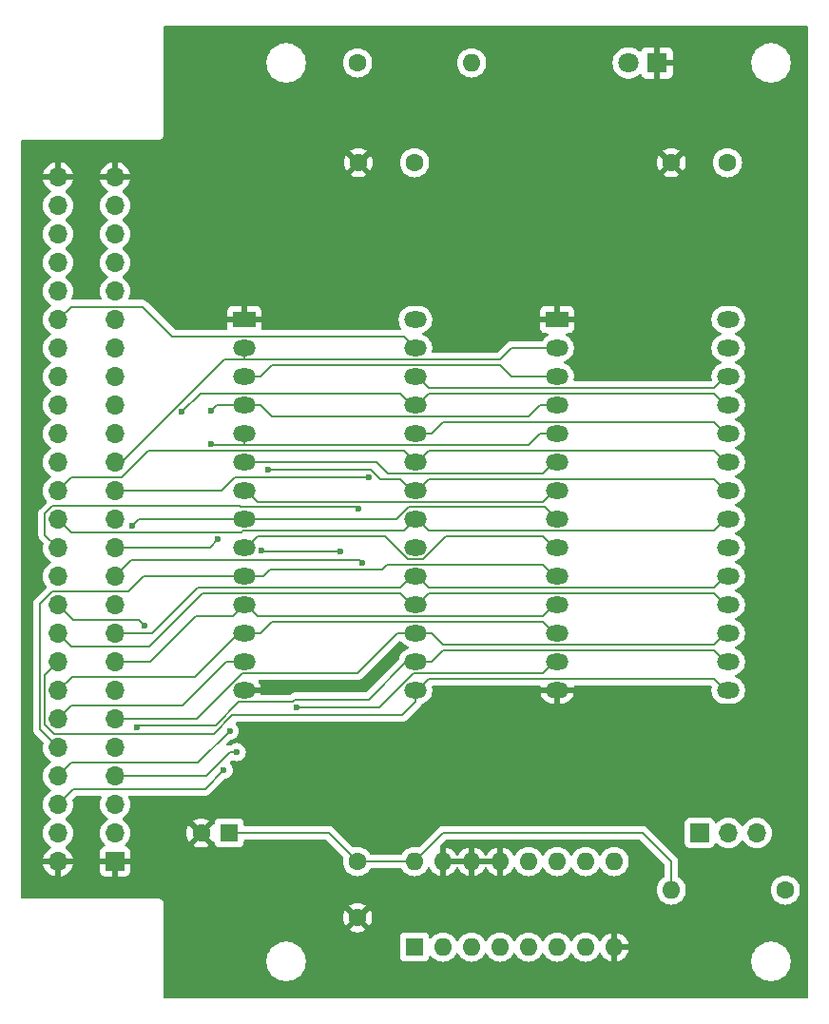
<source format=gbl>
G04 #@! TF.GenerationSoftware,KiCad,Pcbnew,8.0.9-8.0.9-0~ubuntu22.04.1*
G04 #@! TF.CreationDate,2025-06-29T10:23:37+10:00*
G04 #@! TF.ProjectId,Memory_Expansion_Cartridge,4d656d6f-7279-45f4-9578-70616e73696f,rev?*
G04 #@! TF.SameCoordinates,Original*
G04 #@! TF.FileFunction,Copper,L2,Bot*
G04 #@! TF.FilePolarity,Positive*
%FSLAX46Y46*%
G04 Gerber Fmt 4.6, Leading zero omitted, Abs format (unit mm)*
G04 Created by KiCad (PCBNEW 8.0.9-8.0.9-0~ubuntu22.04.1) date 2025-06-29 10:23:37*
%MOMM*%
%LPD*%
G01*
G04 APERTURE LIST*
G04 #@! TA.AperFunction,ComponentPad*
%ADD10R,1.800000X1.800000*%
G04 #@! TD*
G04 #@! TA.AperFunction,ComponentPad*
%ADD11C,1.800000*%
G04 #@! TD*
G04 #@! TA.AperFunction,ComponentPad*
%ADD12C,1.600000*%
G04 #@! TD*
G04 #@! TA.AperFunction,ComponentPad*
%ADD13R,2.000000X1.440000*%
G04 #@! TD*
G04 #@! TA.AperFunction,ComponentPad*
%ADD14O,2.000000X1.440000*%
G04 #@! TD*
G04 #@! TA.AperFunction,ComponentPad*
%ADD15R,1.600000X1.600000*%
G04 #@! TD*
G04 #@! TA.AperFunction,ComponentPad*
%ADD16O,1.600000X1.600000*%
G04 #@! TD*
G04 #@! TA.AperFunction,ComponentPad*
%ADD17R,1.700000X1.700000*%
G04 #@! TD*
G04 #@! TA.AperFunction,ComponentPad*
%ADD18O,1.700000X1.700000*%
G04 #@! TD*
G04 #@! TA.AperFunction,ViaPad*
%ADD19C,0.600000*%
G04 #@! TD*
G04 #@! TA.AperFunction,Conductor*
%ADD20C,0.200000*%
G04 #@! TD*
G04 APERTURE END LIST*
D10*
X153670000Y-46990000D03*
D11*
X151130000Y-46990000D03*
D12*
X127000000Y-118110000D03*
X127000000Y-123110000D03*
D13*
X144780000Y-69850000D03*
D14*
X144780000Y-72390000D03*
X144780000Y-74930000D03*
X144780000Y-77470000D03*
X144780000Y-80010000D03*
X144780000Y-82550000D03*
X144780000Y-85090000D03*
X144780000Y-87630000D03*
X144780000Y-90170000D03*
X144780000Y-92710000D03*
X144780000Y-95250000D03*
X144780000Y-97790000D03*
X144780000Y-100330000D03*
X144780000Y-102870000D03*
X160020000Y-102870000D03*
X160020000Y-100330000D03*
X160020000Y-97790000D03*
X160020000Y-95250000D03*
X160020000Y-92710000D03*
X160020000Y-90170000D03*
X160020000Y-87630000D03*
X160020000Y-85090000D03*
X160020000Y-82550000D03*
X160020000Y-80010000D03*
X160020000Y-77470000D03*
X160020000Y-74930000D03*
X160020000Y-72390000D03*
X160020000Y-69850000D03*
D15*
X132080000Y-125730000D03*
D16*
X134620000Y-125730000D03*
X137160000Y-125730000D03*
X139700000Y-125730000D03*
X142240000Y-125730000D03*
X144780000Y-125730000D03*
X147320000Y-125730000D03*
X149860000Y-125730000D03*
X149860000Y-118110000D03*
X147320000Y-118110000D03*
X144780000Y-118110000D03*
X142240000Y-118110000D03*
X139700000Y-118110000D03*
X137160000Y-118110000D03*
X134620000Y-118110000D03*
X132080000Y-118110000D03*
D12*
X127000000Y-46990000D03*
D16*
X137160000Y-46990000D03*
D13*
X116920000Y-69850000D03*
D14*
X116920000Y-72390000D03*
X116920000Y-74930000D03*
X116920000Y-77470000D03*
X116920000Y-80010000D03*
X116920000Y-82550000D03*
X116920000Y-85090000D03*
X116920000Y-87630000D03*
X116920000Y-90170000D03*
X116920000Y-92710000D03*
X116920000Y-95250000D03*
X116920000Y-97790000D03*
X116920000Y-100330000D03*
X116920000Y-102870000D03*
X132160000Y-102870000D03*
X132160000Y-100330000D03*
X132160000Y-97790000D03*
X132160000Y-95250000D03*
X132160000Y-92710000D03*
X132160000Y-90170000D03*
X132160000Y-87630000D03*
X132160000Y-85090000D03*
X132160000Y-82550000D03*
X132160000Y-80010000D03*
X132160000Y-77470000D03*
X132160000Y-74930000D03*
X132160000Y-72390000D03*
X132160000Y-69850000D03*
D17*
X157480000Y-115570000D03*
D18*
X160020000Y-115570000D03*
X162560000Y-115570000D03*
D15*
X115570000Y-115570000D03*
D12*
X113070000Y-115570000D03*
X159940000Y-55880000D03*
X154940000Y-55880000D03*
X132080000Y-55880000D03*
X127080000Y-55880000D03*
X165100000Y-120650000D03*
D16*
X154940000Y-120650000D03*
D17*
X105410000Y-118110000D03*
D18*
X100330000Y-118110000D03*
X105410000Y-115570000D03*
X100330000Y-115570000D03*
X105410000Y-113030000D03*
X100330000Y-113030000D03*
X105410000Y-110490000D03*
X100330000Y-110490000D03*
X105410000Y-107950000D03*
X100330000Y-107950000D03*
X105410000Y-105410000D03*
X100330000Y-105410000D03*
X105410000Y-102870000D03*
X100330000Y-102870000D03*
X105410000Y-100330000D03*
X100330000Y-100330000D03*
X105410000Y-97790000D03*
X100330000Y-97790000D03*
X105410000Y-95250000D03*
X100330000Y-95250000D03*
X105410000Y-92710000D03*
X100330000Y-92710000D03*
X105410000Y-90170000D03*
X100330000Y-90170000D03*
X105410000Y-87630000D03*
X100330000Y-87630000D03*
X105410000Y-85090000D03*
X100330000Y-85090000D03*
X105410000Y-82550000D03*
X100330000Y-82550000D03*
X105410000Y-80010000D03*
X100330000Y-80010000D03*
X105410000Y-77470000D03*
X100330000Y-77470000D03*
X105410000Y-74930000D03*
X100330000Y-74930000D03*
X105410000Y-72390000D03*
X100330000Y-72390000D03*
X105410000Y-69850000D03*
X100330000Y-69850000D03*
X105410000Y-67310000D03*
X100330000Y-67310000D03*
X105410000Y-64770000D03*
X100330000Y-64770000D03*
X105410000Y-62230000D03*
X100330000Y-62230000D03*
X105410000Y-59690000D03*
X100330000Y-59690000D03*
X105410000Y-57150000D03*
X100330000Y-57150000D03*
D19*
X108047600Y-97140000D03*
X107340800Y-106134100D03*
X119056800Y-83209600D03*
X116244000Y-108367000D03*
X113928800Y-80919400D03*
X121589600Y-104366100D03*
X115619500Y-106472200D03*
X115098300Y-109958900D03*
X127994400Y-83869300D03*
X106936300Y-88195400D03*
X111347500Y-78093000D03*
X127381900Y-91486100D03*
X127090000Y-86691600D03*
X114588900Y-89412100D03*
X118425900Y-90406200D03*
X125444100Y-90530600D03*
X113999500Y-77960900D03*
D20*
X110530000Y-118110000D02*
X110490000Y-118110000D01*
X105410000Y-118110000D02*
X106063700Y-118110000D01*
X139700000Y-118110000D02*
X139700000Y-118660800D01*
X154940000Y-55880000D02*
X153803800Y-54743800D01*
X132080000Y-118110000D02*
X130978300Y-118110000D01*
X115570000Y-115570000D02*
X124460000Y-115570000D01*
X154940000Y-120650000D02*
X154940000Y-118110000D01*
X124460000Y-115570000D02*
X127000000Y-118110000D01*
X152400000Y-115570000D02*
X134620000Y-115570000D01*
X127000000Y-118110000D02*
X130978300Y-118110000D01*
X154940000Y-118110000D02*
X152400000Y-115570000D01*
X134620000Y-115570000D02*
X132080000Y-118110000D01*
X121430400Y-103674500D02*
X121213200Y-103891700D01*
X132160000Y-100330000D02*
X131330300Y-100330000D01*
X159771700Y-100330000D02*
X158750000Y-99308300D01*
X116448000Y-103891700D02*
X114354700Y-105985000D01*
X107488000Y-96580400D02*
X108047600Y-97140000D01*
X114354700Y-105985000D02*
X107489900Y-105985000D01*
X100330000Y-95250000D02*
X101660400Y-96580400D01*
X131330300Y-100330000D02*
X127985800Y-103674500D01*
X160020000Y-100330000D02*
X159771700Y-100330000D01*
X121213200Y-103891700D02*
X116448000Y-103891700D01*
X132160000Y-100330000D02*
X133598300Y-100330000D01*
X101660400Y-96580400D02*
X107488000Y-96580400D01*
X127985800Y-103674500D02*
X121430400Y-103674500D01*
X158750000Y-99308300D02*
X134620000Y-99308300D01*
X133598300Y-100330000D02*
X134620000Y-99308300D01*
X107489900Y-105985000D02*
X107340800Y-106134100D01*
X118358300Y-74930000D02*
X119380000Y-73908300D01*
X116920000Y-74930000D02*
X118358300Y-74930000D01*
X119380000Y-73908300D02*
X139700000Y-73908300D01*
X144780000Y-74930000D02*
X140721700Y-74930000D01*
X140721700Y-74930000D02*
X139700000Y-73908300D01*
X129047200Y-84069000D02*
X128187800Y-83209600D01*
X132160000Y-85090000D02*
X132328300Y-85090000D01*
X159771700Y-85090000D02*
X158750000Y-84068300D01*
X160020000Y-85090000D02*
X159771700Y-85090000D01*
X128187800Y-83209600D02*
X119056800Y-83209600D01*
X132328300Y-85090000D02*
X133350000Y-84068300D01*
X130810000Y-84069000D02*
X129047200Y-84069000D01*
X158750000Y-84068300D02*
X133350000Y-84068300D01*
X132160000Y-85090000D02*
X131831000Y-85090000D01*
X131831000Y-85090000D02*
X130810000Y-84069000D01*
X131456800Y-91191700D02*
X129413400Y-89148300D01*
X115676100Y-108367000D02*
X113553100Y-110490000D01*
X134906500Y-89148300D02*
X134906500Y-89148400D01*
X113553100Y-110490000D02*
X105410000Y-110490000D01*
X134906500Y-89148400D02*
X132863200Y-91191700D01*
X144531700Y-90170000D02*
X143510000Y-89148300D01*
X117088300Y-90170000D02*
X118110000Y-89148300D01*
X144780000Y-90170000D02*
X144531700Y-90170000D01*
X143510000Y-89148300D02*
X134906500Y-89148300D01*
X116244000Y-108367000D02*
X115676100Y-108367000D01*
X129413400Y-89148300D02*
X118110000Y-89148300D01*
X132863200Y-91191700D02*
X131456800Y-91191700D01*
X116920000Y-90170000D02*
X117088300Y-90170000D01*
X113928800Y-80919400D02*
X114041100Y-81031700D01*
X144780000Y-80010000D02*
X143261700Y-80010000D01*
X114041100Y-81031700D02*
X116920000Y-81031700D01*
X142240000Y-81031700D02*
X116920000Y-81031700D01*
X143261700Y-80010000D02*
X142240000Y-81031700D01*
X116920000Y-80010000D02*
X116920000Y-81031700D01*
X144531700Y-100330000D02*
X143510000Y-101351700D01*
X116920000Y-100330000D02*
X115318000Y-100330000D01*
X143510000Y-101351700D02*
X131953400Y-101351700D01*
X144780000Y-100330000D02*
X144531700Y-100330000D01*
X111391200Y-104256800D02*
X101483200Y-104256800D01*
X115318000Y-100330000D02*
X111391200Y-104256800D01*
X128939000Y-104366100D02*
X121589600Y-104366100D01*
X101483200Y-104256800D02*
X100330000Y-105410000D01*
X131953400Y-101351700D02*
X128939000Y-104366100D01*
X99152300Y-101507700D02*
X99152300Y-105938600D01*
X100330000Y-100330000D02*
X99152300Y-101507700D01*
X99152300Y-105938600D02*
X99950700Y-106737000D01*
X133350000Y-101848300D02*
X158750000Y-101848300D01*
X115827900Y-105079800D02*
X130971900Y-105079800D01*
X130971900Y-105079800D02*
X132160000Y-103891700D01*
X132160000Y-102870000D02*
X132328300Y-102870000D01*
X99950700Y-106737000D02*
X114170700Y-106737000D01*
X114170700Y-106737000D02*
X115827900Y-105079800D01*
X132328300Y-102870000D02*
X133350000Y-101848300D01*
X160020000Y-102870000D02*
X159771700Y-102870000D01*
X159771700Y-102870000D02*
X158750000Y-101848300D01*
X132160000Y-103891700D02*
X132160000Y-102870000D01*
X160020000Y-87630000D02*
X159771700Y-87630000D01*
X116784700Y-88651700D02*
X130810000Y-88651700D01*
X101502100Y-88802100D02*
X116634300Y-88802100D01*
X116634300Y-88802100D02*
X116784700Y-88651700D01*
X100330000Y-87630000D02*
X101502100Y-88802100D01*
X132160000Y-87630000D02*
X132328300Y-87630000D01*
X159771700Y-87630000D02*
X158750000Y-88651700D01*
X132328300Y-87630000D02*
X133350000Y-88651700D01*
X131138300Y-88651700D02*
X130810000Y-88651700D01*
X158750000Y-88651700D02*
X133350000Y-88651700D01*
X132160000Y-87630000D02*
X131138300Y-88651700D01*
X144531700Y-95250000D02*
X143510000Y-96271700D01*
X116920000Y-95250000D02*
X117088300Y-95250000D01*
X112583300Y-96271700D02*
X115570000Y-96271700D01*
X144780000Y-95250000D02*
X144531700Y-95250000D01*
X143510000Y-96271700D02*
X118110000Y-96271700D01*
X106561700Y-100330000D02*
X108525000Y-100330000D01*
X117088300Y-95250000D02*
X118110000Y-96271700D01*
X105410000Y-100330000D02*
X106561700Y-100330000D01*
X115898300Y-96271700D02*
X115570000Y-96271700D01*
X108525000Y-100330000D02*
X112583300Y-96271700D01*
X116920000Y-95250000D02*
X115898300Y-96271700D01*
X117088300Y-85090000D02*
X118110000Y-86111700D01*
X144531700Y-85090000D02*
X143510000Y-86111700D01*
X116920000Y-85090000D02*
X117088300Y-85090000D01*
X100330000Y-110490000D02*
X101481700Y-109338300D01*
X126840900Y-86089900D02*
X126819100Y-86111700D01*
X126819100Y-86111700D02*
X118110000Y-86111700D01*
X112753400Y-109338300D02*
X115619500Y-106472200D01*
X143510000Y-86111700D02*
X127361000Y-86111700D01*
X127361000Y-86111700D02*
X127339200Y-86089900D01*
X144780000Y-85090000D02*
X144531700Y-85090000D01*
X101481700Y-109338300D02*
X112753400Y-109338300D01*
X127339200Y-86089900D02*
X126840900Y-86089900D01*
X113415500Y-111641700D02*
X115098300Y-109958900D01*
X129683900Y-83571700D02*
X128662200Y-82550000D01*
X101718300Y-111641700D02*
X113415500Y-111641700D01*
X144531700Y-82550000D02*
X143510000Y-83571700D01*
X144780000Y-82550000D02*
X144531700Y-82550000D01*
X128662200Y-82550000D02*
X116920000Y-82550000D01*
X100330000Y-113030000D02*
X101718300Y-111641700D01*
X143510000Y-83571700D02*
X129683900Y-83571700D01*
X133598300Y-97790000D02*
X134620000Y-98811700D01*
X132160000Y-97790000D02*
X133598300Y-97790000D01*
X132160000Y-97790000D02*
X132160000Y-98300800D01*
X130561700Y-97790000D02*
X127000000Y-101351700D01*
X116713400Y-101351700D02*
X112655100Y-105410000D01*
X112655100Y-105410000D02*
X105410000Y-105410000D01*
X160020000Y-97790000D02*
X159771700Y-97790000D01*
X132160000Y-97790000D02*
X130561700Y-97790000D01*
X159771700Y-97790000D02*
X158750000Y-98811700D01*
X158750000Y-98811700D02*
X134620000Y-98811700D01*
X127000000Y-101351700D02*
X116713400Y-101351700D01*
X160020000Y-82550000D02*
X159771700Y-82550000D01*
X132160000Y-82550000D02*
X132328300Y-82550000D01*
X105993700Y-83938300D02*
X108410900Y-81521100D01*
X132328300Y-82550000D02*
X133350000Y-81528300D01*
X131131100Y-81521100D02*
X130810000Y-81521100D01*
X101481700Y-83938300D02*
X105993700Y-83938300D01*
X159771700Y-82550000D02*
X158750000Y-81528300D01*
X108410900Y-81521100D02*
X130810000Y-81521100D01*
X133350000Y-81528300D02*
X158750000Y-81528300D01*
X100330000Y-85090000D02*
X101481700Y-83938300D01*
X132160000Y-82550000D02*
X131131100Y-81521100D01*
X132328300Y-74930000D02*
X133350000Y-75951700D01*
X159771700Y-74930000D02*
X158750000Y-75951700D01*
X114868300Y-85090000D02*
X105410000Y-85090000D01*
X160020000Y-74930000D02*
X159771700Y-74930000D01*
X133350000Y-75951700D02*
X158750000Y-75951700D01*
X127994400Y-83869300D02*
X116089000Y-83869300D01*
X116089000Y-83869300D02*
X114868300Y-85090000D01*
X132160000Y-74930000D02*
X132328300Y-74930000D01*
X115178000Y-73411700D02*
X116920000Y-73411700D01*
X106039700Y-82550000D02*
X115178000Y-73411700D01*
X105410000Y-82550000D02*
X106039700Y-82550000D01*
X144780000Y-72390000D02*
X140721700Y-72390000D01*
X139700000Y-73411700D02*
X116920000Y-73411700D01*
X140721700Y-72390000D02*
X139700000Y-73411700D01*
X116920000Y-72390000D02*
X116920000Y-73411700D01*
X116269200Y-87630000D02*
X116920000Y-87630000D01*
X107501700Y-87630000D02*
X115618300Y-87630000D01*
X143661700Y-86511700D02*
X144780000Y-87630000D01*
X116920000Y-87630000D02*
X130437502Y-87630000D01*
X106936300Y-88195400D02*
X107501700Y-87630000D01*
X130437502Y-87630000D02*
X131555802Y-86511700D01*
X131555802Y-86511700D02*
X143661700Y-86511700D01*
X116269200Y-87630000D02*
X115618300Y-87630000D01*
X159771700Y-77470000D02*
X158750000Y-76448300D01*
X112992200Y-76448300D02*
X130810000Y-76448300D01*
X132160000Y-77470000D02*
X131831700Y-77470000D01*
X160020000Y-77470000D02*
X159771700Y-77470000D01*
X132328300Y-77470000D02*
X133350000Y-76448300D01*
X132160000Y-77470000D02*
X132328300Y-77470000D01*
X133350000Y-76448300D02*
X158750000Y-76448300D01*
X131831700Y-77470000D02*
X130810000Y-76448300D01*
X111347500Y-78093000D02*
X112992200Y-76448300D01*
X106880900Y-91239100D02*
X127134900Y-91239100D01*
X105410000Y-92710000D02*
X106880900Y-91239100D01*
X127134900Y-91239100D02*
X127381900Y-91486100D01*
X158750000Y-78988300D02*
X134620000Y-78988300D01*
X116600800Y-86560800D02*
X126959200Y-86560800D01*
X133598300Y-80010000D02*
X134620000Y-78988300D01*
X99180000Y-87117400D02*
X99837000Y-86460400D01*
X126959200Y-86560800D02*
X127090000Y-86691600D01*
X99837000Y-86460400D02*
X116500400Y-86460400D01*
X159771700Y-80010000D02*
X158750000Y-78988300D01*
X132160000Y-80010000D02*
X133598300Y-80010000D01*
X116500400Y-86460400D02*
X116600800Y-86560800D01*
X160020000Y-80010000D02*
X159771700Y-80010000D01*
X99180000Y-89020000D02*
X99180000Y-87117400D01*
X100330000Y-90170000D02*
X99180000Y-89020000D01*
X118550300Y-90530600D02*
X118425900Y-90406200D01*
X125444100Y-90530600D02*
X118550300Y-90530600D01*
X105410000Y-90170000D02*
X113831000Y-90170000D01*
X113831000Y-90170000D02*
X114588900Y-89412100D01*
X131831700Y-95250000D02*
X130810000Y-94228300D01*
X132160000Y-95250000D02*
X132328300Y-95250000D01*
X132160000Y-95250000D02*
X131831700Y-95250000D01*
X132328300Y-95250000D02*
X133350000Y-94228300D01*
X160020000Y-95250000D02*
X159771700Y-95250000D01*
X108478900Y-98980600D02*
X113231200Y-94228300D01*
X158750000Y-94228300D02*
X133350000Y-94228300D01*
X100330000Y-97790000D02*
X101520600Y-98980600D01*
X101520600Y-98980600D02*
X108478900Y-98980600D01*
X113231200Y-94228300D02*
X130810000Y-94228300D01*
X159771700Y-95250000D02*
X158750000Y-94228300D01*
X144531700Y-97790000D02*
X143510000Y-96768300D01*
X119380000Y-96768300D02*
X143510000Y-96768300D01*
X112554400Y-101644700D02*
X116920000Y-97279100D01*
X144780000Y-97790000D02*
X144531700Y-97790000D01*
X100330000Y-102870000D02*
X101555300Y-101644700D01*
X118358300Y-97790000D02*
X119380000Y-96768300D01*
X116920000Y-97790000D02*
X118358300Y-97790000D01*
X101555300Y-101644700D02*
X112554400Y-101644700D01*
X116920000Y-97790000D02*
X116920000Y-97279100D01*
X129186700Y-92113400D02*
X129611800Y-91688300D01*
X119196000Y-92113400D02*
X129186700Y-92113400D01*
X116920000Y-92710000D02*
X107953400Y-92710000D01*
X106609800Y-94053600D02*
X99834300Y-94053600D01*
X129611800Y-91688300D02*
X143510000Y-91688300D01*
X144780000Y-92710000D02*
X144531700Y-92710000D01*
X107953400Y-92710000D02*
X106609800Y-94053600D01*
X118599400Y-92710000D02*
X119196000Y-92113400D01*
X98724500Y-106344500D02*
X100330000Y-107950000D01*
X99834300Y-94053600D02*
X98724500Y-95163400D01*
X98724500Y-95163400D02*
X98724500Y-106344500D01*
X116920000Y-92710000D02*
X118599400Y-92710000D01*
X144531700Y-92710000D02*
X143510000Y-91688300D01*
X143261700Y-77470000D02*
X142240000Y-78491700D01*
X116920000Y-77470000D02*
X118358300Y-77470000D01*
X114490400Y-77470000D02*
X113999500Y-77960900D01*
X144780000Y-77470000D02*
X143261700Y-77470000D01*
X116269200Y-77470000D02*
X115618300Y-77470000D01*
X118358300Y-77470000D02*
X119380000Y-78491700D01*
X142240000Y-78491700D02*
X119380000Y-78491700D01*
X116269200Y-77470000D02*
X116920000Y-77470000D01*
X115618300Y-77470000D02*
X114490400Y-77470000D01*
X105410000Y-97790000D02*
X108748000Y-97790000D01*
X132160000Y-92710000D02*
X131831700Y-92710000D01*
X132328300Y-92710000D02*
X133350000Y-93731700D01*
X132160000Y-92710000D02*
X132328300Y-92710000D01*
X131831700Y-92710000D02*
X130810000Y-93731700D01*
X158750000Y-93731700D02*
X133350000Y-93731700D01*
X159771700Y-92710000D02*
X158750000Y-93731700D01*
X160020000Y-92710000D02*
X159771700Y-92710000D01*
X108748000Y-97790000D02*
X112806300Y-93731700D01*
X112806300Y-93731700D02*
X130810000Y-93731700D01*
X110490000Y-71368300D02*
X130810000Y-71368300D01*
X131138300Y-71368300D02*
X130810000Y-71368300D01*
X132160000Y-72390000D02*
X131138300Y-71368300D01*
X107821700Y-68700000D02*
X110490000Y-71368300D01*
X100330000Y-69850000D02*
X101480000Y-68700000D01*
X101480000Y-68700000D02*
X107821700Y-68700000D01*
G04 #@! TA.AperFunction,Conductor*
G36*
X136839920Y-117864394D02*
G01*
X136787259Y-117955606D01*
X136760000Y-118057339D01*
X136760000Y-118162661D01*
X136787259Y-118264394D01*
X136839920Y-118355606D01*
X136844314Y-118360000D01*
X134935686Y-118360000D01*
X134940080Y-118355606D01*
X134992741Y-118264394D01*
X135020000Y-118162661D01*
X135020000Y-118057339D01*
X134992741Y-117955606D01*
X134940080Y-117864394D01*
X134935686Y-117860000D01*
X136844314Y-117860000D01*
X136839920Y-117864394D01*
G37*
G04 #@! TD.AperFunction*
G04 #@! TA.AperFunction,Conductor*
G36*
X139379920Y-117864394D02*
G01*
X139327259Y-117955606D01*
X139300000Y-118057339D01*
X139300000Y-118162661D01*
X139327259Y-118264394D01*
X139379920Y-118355606D01*
X139384314Y-118360000D01*
X137475686Y-118360000D01*
X137480080Y-118355606D01*
X137532741Y-118264394D01*
X137560000Y-118162661D01*
X137560000Y-118057339D01*
X137532741Y-117955606D01*
X137480080Y-117864394D01*
X137475686Y-117860000D01*
X139384314Y-117860000D01*
X139379920Y-117864394D01*
G37*
G04 #@! TD.AperFunction*
G04 #@! TA.AperFunction,Conductor*
G36*
X130837186Y-98466262D02*
G01*
X130893119Y-98508134D01*
X130894155Y-98509539D01*
X130949055Y-98585102D01*
X131084898Y-98720945D01*
X131240319Y-98833865D01*
X131411491Y-98921082D01*
X131411493Y-98921083D01*
X131476081Y-98942069D01*
X131533756Y-98981506D01*
X131560955Y-99045865D01*
X131549041Y-99114711D01*
X131501797Y-99166187D01*
X131476081Y-99177931D01*
X131411493Y-99198916D01*
X131240318Y-99286135D01*
X131151645Y-99350560D01*
X131084898Y-99399055D01*
X131084896Y-99399057D01*
X131084895Y-99399057D01*
X130949057Y-99534895D01*
X130949057Y-99534896D01*
X130949055Y-99534898D01*
X130929126Y-99562328D01*
X130836135Y-99690318D01*
X130748916Y-99861493D01*
X130689553Y-100044194D01*
X130681305Y-100096269D01*
X130651374Y-100159403D01*
X130646513Y-100164550D01*
X127773384Y-103037681D01*
X127712061Y-103071166D01*
X127685703Y-103074000D01*
X121509457Y-103074000D01*
X121351343Y-103074000D01*
X121198615Y-103114923D01*
X121198614Y-103114923D01*
X121198612Y-103114924D01*
X121198609Y-103114925D01*
X121148496Y-103143859D01*
X121148495Y-103143860D01*
X121127811Y-103155802D01*
X121061685Y-103193979D01*
X121061682Y-103193981D01*
X121000783Y-103254881D01*
X120939460Y-103288366D01*
X120913102Y-103291200D01*
X118513681Y-103291200D01*
X118446642Y-103271515D01*
X118400887Y-103218711D01*
X118390943Y-103149553D01*
X118391208Y-103147802D01*
X118395611Y-103120000D01*
X117353012Y-103120000D01*
X117385925Y-103062993D01*
X117420000Y-102935826D01*
X117420000Y-102804174D01*
X117385925Y-102677007D01*
X117353012Y-102620000D01*
X118395611Y-102620000D01*
X118389959Y-102584318D01*
X118330616Y-102401680D01*
X118243434Y-102230577D01*
X118184228Y-102149085D01*
X118160748Y-102083278D01*
X118176574Y-102015225D01*
X118226680Y-101966530D01*
X118284546Y-101952200D01*
X126913331Y-101952200D01*
X126913347Y-101952201D01*
X126920943Y-101952201D01*
X127079054Y-101952201D01*
X127079057Y-101952201D01*
X127231785Y-101911277D01*
X127292048Y-101876484D01*
X127368716Y-101832220D01*
X127480520Y-101720416D01*
X127480520Y-101720414D01*
X127490724Y-101710211D01*
X127490727Y-101710206D01*
X130706173Y-98494761D01*
X130767494Y-98461278D01*
X130837186Y-98466262D01*
G37*
G04 #@! TD.AperFunction*
G04 #@! TA.AperFunction,Conductor*
G36*
X167082539Y-43700185D02*
G01*
X167128294Y-43752989D01*
X167139500Y-43804500D01*
X167139500Y-130185500D01*
X167119815Y-130252539D01*
X167067011Y-130298294D01*
X167015500Y-130309500D01*
X109844500Y-130309500D01*
X109777461Y-130289815D01*
X109731706Y-130237011D01*
X109720500Y-130185500D01*
X109720500Y-126885258D01*
X118899500Y-126885258D01*
X118899500Y-127114741D01*
X118924446Y-127304215D01*
X118929452Y-127342238D01*
X118929453Y-127342240D01*
X118988842Y-127563887D01*
X119076650Y-127775876D01*
X119076657Y-127775890D01*
X119191392Y-127974617D01*
X119331081Y-128156661D01*
X119331089Y-128156670D01*
X119493330Y-128318911D01*
X119493338Y-128318918D01*
X119675382Y-128458607D01*
X119675385Y-128458608D01*
X119675388Y-128458611D01*
X119874112Y-128573344D01*
X119874117Y-128573346D01*
X119874123Y-128573349D01*
X119965480Y-128611190D01*
X120086113Y-128661158D01*
X120307762Y-128720548D01*
X120535266Y-128750500D01*
X120535273Y-128750500D01*
X120764727Y-128750500D01*
X120764734Y-128750500D01*
X120992238Y-128720548D01*
X121213887Y-128661158D01*
X121425888Y-128573344D01*
X121624612Y-128458611D01*
X121806661Y-128318919D01*
X121806665Y-128318914D01*
X121806670Y-128318911D01*
X121968911Y-128156670D01*
X121968914Y-128156665D01*
X121968919Y-128156661D01*
X122108611Y-127974612D01*
X122223344Y-127775888D01*
X122311158Y-127563887D01*
X122370548Y-127342238D01*
X122400500Y-127114734D01*
X122400500Y-126885266D01*
X122370548Y-126657762D01*
X122311158Y-126436113D01*
X122243738Y-126273348D01*
X122223349Y-126224123D01*
X122223346Y-126224117D01*
X122223344Y-126224112D01*
X122108611Y-126025388D01*
X122108608Y-126025385D01*
X122108607Y-126025382D01*
X121968918Y-125843338D01*
X121968911Y-125843330D01*
X121806670Y-125681089D01*
X121806661Y-125681081D01*
X121624617Y-125541392D01*
X121425890Y-125426657D01*
X121425876Y-125426650D01*
X121213887Y-125338842D01*
X121180888Y-125330000D01*
X120992238Y-125279452D01*
X120954215Y-125274446D01*
X120764741Y-125249500D01*
X120764734Y-125249500D01*
X120535266Y-125249500D01*
X120535258Y-125249500D01*
X120318715Y-125278009D01*
X120307762Y-125279452D01*
X120214076Y-125304554D01*
X120086112Y-125338842D01*
X119874123Y-125426650D01*
X119874109Y-125426657D01*
X119675382Y-125541392D01*
X119493338Y-125681081D01*
X119331081Y-125843338D01*
X119191392Y-126025382D01*
X119076657Y-126224109D01*
X119076650Y-126224123D01*
X118988842Y-126436112D01*
X118972258Y-126498006D01*
X118944285Y-126602406D01*
X118929453Y-126657759D01*
X118929451Y-126657770D01*
X118899500Y-126885258D01*
X109720500Y-126885258D01*
X109720500Y-124882135D01*
X130779500Y-124882135D01*
X130779500Y-126577870D01*
X130779501Y-126577876D01*
X130785908Y-126637483D01*
X130836202Y-126772328D01*
X130836206Y-126772335D01*
X130922452Y-126887544D01*
X130922455Y-126887547D01*
X131037664Y-126973793D01*
X131037671Y-126973797D01*
X131172517Y-127024091D01*
X131172516Y-127024091D01*
X131179444Y-127024835D01*
X131232127Y-127030500D01*
X132927872Y-127030499D01*
X132987483Y-127024091D01*
X133122331Y-126973796D01*
X133237546Y-126887546D01*
X133323796Y-126772331D01*
X133374091Y-126637483D01*
X133377862Y-126602401D01*
X133404599Y-126537855D01*
X133461990Y-126498006D01*
X133531816Y-126495511D01*
X133591905Y-126531163D01*
X133602726Y-126544536D01*
X133619956Y-126569143D01*
X133780858Y-126730045D01*
X133780861Y-126730047D01*
X133967266Y-126860568D01*
X134173504Y-126956739D01*
X134393308Y-127015635D01*
X134555230Y-127029801D01*
X134619998Y-127035468D01*
X134620000Y-127035468D01*
X134620002Y-127035468D01*
X134676807Y-127030498D01*
X134846692Y-127015635D01*
X135066496Y-126956739D01*
X135272734Y-126860568D01*
X135459139Y-126730047D01*
X135620047Y-126569139D01*
X135750568Y-126382734D01*
X135777618Y-126324724D01*
X135823790Y-126272285D01*
X135890983Y-126253133D01*
X135957865Y-126273348D01*
X136002382Y-126324725D01*
X136029429Y-126382728D01*
X136029432Y-126382734D01*
X136159954Y-126569141D01*
X136320858Y-126730045D01*
X136320861Y-126730047D01*
X136507266Y-126860568D01*
X136713504Y-126956739D01*
X136933308Y-127015635D01*
X137095230Y-127029801D01*
X137159998Y-127035468D01*
X137160000Y-127035468D01*
X137160002Y-127035468D01*
X137216807Y-127030498D01*
X137386692Y-127015635D01*
X137606496Y-126956739D01*
X137812734Y-126860568D01*
X137999139Y-126730047D01*
X138160047Y-126569139D01*
X138290568Y-126382734D01*
X138317618Y-126324724D01*
X138363790Y-126272285D01*
X138430983Y-126253133D01*
X138497865Y-126273348D01*
X138542382Y-126324725D01*
X138569429Y-126382728D01*
X138569432Y-126382734D01*
X138699954Y-126569141D01*
X138860858Y-126730045D01*
X138860861Y-126730047D01*
X139047266Y-126860568D01*
X139253504Y-126956739D01*
X139473308Y-127015635D01*
X139635230Y-127029801D01*
X139699998Y-127035468D01*
X139700000Y-127035468D01*
X139700002Y-127035468D01*
X139756807Y-127030498D01*
X139926692Y-127015635D01*
X140146496Y-126956739D01*
X140352734Y-126860568D01*
X140539139Y-126730047D01*
X140700047Y-126569139D01*
X140830568Y-126382734D01*
X140857618Y-126324724D01*
X140903790Y-126272285D01*
X140970983Y-126253133D01*
X141037865Y-126273348D01*
X141082382Y-126324725D01*
X141109429Y-126382728D01*
X141109432Y-126382734D01*
X141239954Y-126569141D01*
X141400858Y-126730045D01*
X141400861Y-126730047D01*
X141587266Y-126860568D01*
X141793504Y-126956739D01*
X142013308Y-127015635D01*
X142175230Y-127029801D01*
X142239998Y-127035468D01*
X142240000Y-127035468D01*
X142240002Y-127035468D01*
X142296807Y-127030498D01*
X142466692Y-127015635D01*
X142686496Y-126956739D01*
X142892734Y-126860568D01*
X143079139Y-126730047D01*
X143240047Y-126569139D01*
X143370568Y-126382734D01*
X143397618Y-126324724D01*
X143443790Y-126272285D01*
X143510983Y-126253133D01*
X143577865Y-126273348D01*
X143622382Y-126324725D01*
X143649429Y-126382728D01*
X143649432Y-126382734D01*
X143779954Y-126569141D01*
X143940858Y-126730045D01*
X143940861Y-126730047D01*
X144127266Y-126860568D01*
X144333504Y-126956739D01*
X144553308Y-127015635D01*
X144715230Y-127029801D01*
X144779998Y-127035468D01*
X144780000Y-127035468D01*
X144780002Y-127035468D01*
X144836807Y-127030498D01*
X145006692Y-127015635D01*
X145226496Y-126956739D01*
X145432734Y-126860568D01*
X145619139Y-126730047D01*
X145780047Y-126569139D01*
X145910568Y-126382734D01*
X145937618Y-126324724D01*
X145983790Y-126272285D01*
X146050983Y-126253133D01*
X146117865Y-126273348D01*
X146162382Y-126324725D01*
X146189429Y-126382728D01*
X146189432Y-126382734D01*
X146319954Y-126569141D01*
X146480858Y-126730045D01*
X146480861Y-126730047D01*
X146667266Y-126860568D01*
X146873504Y-126956739D01*
X147093308Y-127015635D01*
X147255230Y-127029801D01*
X147319998Y-127035468D01*
X147320000Y-127035468D01*
X147320002Y-127035468D01*
X147376807Y-127030498D01*
X147546692Y-127015635D01*
X147766496Y-126956739D01*
X147972734Y-126860568D01*
X148159139Y-126730047D01*
X148320047Y-126569139D01*
X148450568Y-126382734D01*
X148477895Y-126324129D01*
X148524064Y-126271695D01*
X148591257Y-126252542D01*
X148658139Y-126272757D01*
X148702657Y-126324133D01*
X148729865Y-126382482D01*
X148860342Y-126568820D01*
X149021179Y-126729657D01*
X149207517Y-126860134D01*
X149413673Y-126956265D01*
X149413682Y-126956269D01*
X149609999Y-127008872D01*
X149610000Y-127008871D01*
X149610000Y-126045686D01*
X149614394Y-126050080D01*
X149705606Y-126102741D01*
X149807339Y-126130000D01*
X149912661Y-126130000D01*
X150014394Y-126102741D01*
X150105606Y-126050080D01*
X150110000Y-126045686D01*
X150110000Y-127008872D01*
X150306317Y-126956269D01*
X150306326Y-126956265D01*
X150458603Y-126885258D01*
X162079500Y-126885258D01*
X162079500Y-127114741D01*
X162104446Y-127304215D01*
X162109452Y-127342238D01*
X162109453Y-127342240D01*
X162168842Y-127563887D01*
X162256650Y-127775876D01*
X162256657Y-127775890D01*
X162371392Y-127974617D01*
X162511081Y-128156661D01*
X162511089Y-128156670D01*
X162673330Y-128318911D01*
X162673338Y-128318918D01*
X162855382Y-128458607D01*
X162855385Y-128458608D01*
X162855388Y-128458611D01*
X163054112Y-128573344D01*
X163054117Y-128573346D01*
X163054123Y-128573349D01*
X163145480Y-128611190D01*
X163266113Y-128661158D01*
X163487762Y-128720548D01*
X163715266Y-128750500D01*
X163715273Y-128750500D01*
X163944727Y-128750500D01*
X163944734Y-128750500D01*
X164172238Y-128720548D01*
X164393887Y-128661158D01*
X164605888Y-128573344D01*
X164804612Y-128458611D01*
X164986661Y-128318919D01*
X164986665Y-128318914D01*
X164986670Y-128318911D01*
X165148911Y-128156670D01*
X165148914Y-128156665D01*
X165148919Y-128156661D01*
X165288611Y-127974612D01*
X165403344Y-127775888D01*
X165491158Y-127563887D01*
X165550548Y-127342238D01*
X165580500Y-127114734D01*
X165580500Y-126885266D01*
X165550548Y-126657762D01*
X165491158Y-126436113D01*
X165423738Y-126273348D01*
X165403349Y-126224123D01*
X165403346Y-126224117D01*
X165403344Y-126224112D01*
X165288611Y-126025388D01*
X165288608Y-126025385D01*
X165288607Y-126025382D01*
X165148918Y-125843338D01*
X165148911Y-125843330D01*
X164986670Y-125681089D01*
X164986661Y-125681081D01*
X164804617Y-125541392D01*
X164605890Y-125426657D01*
X164605876Y-125426650D01*
X164393887Y-125338842D01*
X164360888Y-125330000D01*
X164172238Y-125279452D01*
X164134215Y-125274446D01*
X163944741Y-125249500D01*
X163944734Y-125249500D01*
X163715266Y-125249500D01*
X163715258Y-125249500D01*
X163498715Y-125278009D01*
X163487762Y-125279452D01*
X163394076Y-125304554D01*
X163266112Y-125338842D01*
X163054123Y-125426650D01*
X163054109Y-125426657D01*
X162855382Y-125541392D01*
X162673338Y-125681081D01*
X162511081Y-125843338D01*
X162371392Y-126025382D01*
X162256657Y-126224109D01*
X162256650Y-126224123D01*
X162168842Y-126436112D01*
X162152258Y-126498006D01*
X162124285Y-126602406D01*
X162109453Y-126657759D01*
X162109451Y-126657770D01*
X162079500Y-126885258D01*
X150458603Y-126885258D01*
X150512482Y-126860134D01*
X150698820Y-126729657D01*
X150859657Y-126568820D01*
X150990134Y-126382482D01*
X151086265Y-126176326D01*
X151086269Y-126176317D01*
X151138872Y-125980000D01*
X150175686Y-125980000D01*
X150180080Y-125975606D01*
X150232741Y-125884394D01*
X150260000Y-125782661D01*
X150260000Y-125677339D01*
X150232741Y-125575606D01*
X150180080Y-125484394D01*
X150175686Y-125480000D01*
X151138872Y-125480000D01*
X151138872Y-125479999D01*
X151086269Y-125283682D01*
X151086265Y-125283673D01*
X150990134Y-125077517D01*
X150859657Y-124891179D01*
X150698820Y-124730342D01*
X150512482Y-124599865D01*
X150306328Y-124503734D01*
X150110000Y-124451127D01*
X150110000Y-125414314D01*
X150105606Y-125409920D01*
X150014394Y-125357259D01*
X149912661Y-125330000D01*
X149807339Y-125330000D01*
X149705606Y-125357259D01*
X149614394Y-125409920D01*
X149610000Y-125414314D01*
X149610000Y-124451127D01*
X149413671Y-124503734D01*
X149207517Y-124599865D01*
X149021179Y-124730342D01*
X148860342Y-124891179D01*
X148729867Y-125077515D01*
X148702657Y-125135867D01*
X148656484Y-125188306D01*
X148589290Y-125207457D01*
X148522409Y-125187241D01*
X148477893Y-125135865D01*
X148450570Y-125077271D01*
X148450567Y-125077265D01*
X148320045Y-124890858D01*
X148159141Y-124729954D01*
X147972734Y-124599432D01*
X147972732Y-124599431D01*
X147766497Y-124503261D01*
X147766488Y-124503258D01*
X147546697Y-124444366D01*
X147546693Y-124444365D01*
X147546692Y-124444365D01*
X147546691Y-124444364D01*
X147546686Y-124444364D01*
X147320002Y-124424532D01*
X147319998Y-124424532D01*
X147093313Y-124444364D01*
X147093302Y-124444366D01*
X146873511Y-124503258D01*
X146873502Y-124503261D01*
X146667267Y-124599431D01*
X146667265Y-124599432D01*
X146480858Y-124729954D01*
X146319954Y-124890858D01*
X146189432Y-125077265D01*
X146189431Y-125077267D01*
X146162382Y-125135275D01*
X146116209Y-125187714D01*
X146049016Y-125206866D01*
X145982135Y-125186650D01*
X145937618Y-125135275D01*
X145910568Y-125077267D01*
X145910567Y-125077265D01*
X145780045Y-124890858D01*
X145619141Y-124729954D01*
X145432734Y-124599432D01*
X145432732Y-124599431D01*
X145226497Y-124503261D01*
X145226488Y-124503258D01*
X145006697Y-124444366D01*
X145006693Y-124444365D01*
X145006692Y-124444365D01*
X145006691Y-124444364D01*
X145006686Y-124444364D01*
X144780002Y-124424532D01*
X144779998Y-124424532D01*
X144553313Y-124444364D01*
X144553302Y-124444366D01*
X144333511Y-124503258D01*
X144333502Y-124503261D01*
X144127267Y-124599431D01*
X144127265Y-124599432D01*
X143940858Y-124729954D01*
X143779954Y-124890858D01*
X143649432Y-125077265D01*
X143649431Y-125077267D01*
X143622382Y-125135275D01*
X143576209Y-125187714D01*
X143509016Y-125206866D01*
X143442135Y-125186650D01*
X143397618Y-125135275D01*
X143370568Y-125077267D01*
X143370567Y-125077265D01*
X143240045Y-124890858D01*
X143079141Y-124729954D01*
X142892734Y-124599432D01*
X142892732Y-124599431D01*
X142686497Y-124503261D01*
X142686488Y-124503258D01*
X142466697Y-124444366D01*
X142466693Y-124444365D01*
X142466692Y-124444365D01*
X142466691Y-124444364D01*
X142466686Y-124444364D01*
X142240002Y-124424532D01*
X142239998Y-124424532D01*
X142013313Y-124444364D01*
X142013302Y-124444366D01*
X141793511Y-124503258D01*
X141793502Y-124503261D01*
X141587267Y-124599431D01*
X141587265Y-124599432D01*
X141400858Y-124729954D01*
X141239954Y-124890858D01*
X141109432Y-125077265D01*
X141109431Y-125077267D01*
X141082382Y-125135275D01*
X141036209Y-125187714D01*
X140969016Y-125206866D01*
X140902135Y-125186650D01*
X140857618Y-125135275D01*
X140830568Y-125077267D01*
X140830567Y-125077265D01*
X140700045Y-124890858D01*
X140539141Y-124729954D01*
X140352734Y-124599432D01*
X140352732Y-124599431D01*
X140146497Y-124503261D01*
X140146488Y-124503258D01*
X139926697Y-124444366D01*
X139926693Y-124444365D01*
X139926692Y-124444365D01*
X139926691Y-124444364D01*
X139926686Y-124444364D01*
X139700002Y-124424532D01*
X139699998Y-124424532D01*
X139473313Y-124444364D01*
X139473302Y-124444366D01*
X139253511Y-124503258D01*
X139253502Y-124503261D01*
X139047267Y-124599431D01*
X139047265Y-124599432D01*
X138860858Y-124729954D01*
X138699954Y-124890858D01*
X138569432Y-125077265D01*
X138569431Y-125077267D01*
X138542382Y-125135275D01*
X138496209Y-125187714D01*
X138429016Y-125206866D01*
X138362135Y-125186650D01*
X138317618Y-125135275D01*
X138290568Y-125077267D01*
X138290567Y-125077265D01*
X138160045Y-124890858D01*
X137999141Y-124729954D01*
X137812734Y-124599432D01*
X137812732Y-124599431D01*
X137606497Y-124503261D01*
X137606488Y-124503258D01*
X137386697Y-124444366D01*
X137386693Y-124444365D01*
X137386692Y-124444365D01*
X137386691Y-124444364D01*
X137386686Y-124444364D01*
X137160002Y-124424532D01*
X137159998Y-124424532D01*
X136933313Y-124444364D01*
X136933302Y-124444366D01*
X136713511Y-124503258D01*
X136713502Y-124503261D01*
X136507267Y-124599431D01*
X136507265Y-124599432D01*
X136320858Y-124729954D01*
X136159954Y-124890858D01*
X136029432Y-125077265D01*
X136029431Y-125077267D01*
X136002382Y-125135275D01*
X135956209Y-125187714D01*
X135889016Y-125206866D01*
X135822135Y-125186650D01*
X135777618Y-125135275D01*
X135750568Y-125077267D01*
X135750567Y-125077265D01*
X135620045Y-124890858D01*
X135459141Y-124729954D01*
X135272734Y-124599432D01*
X135272732Y-124599431D01*
X135066497Y-124503261D01*
X135066488Y-124503258D01*
X134846697Y-124444366D01*
X134846693Y-124444365D01*
X134846692Y-124444365D01*
X134846691Y-124444364D01*
X134846686Y-124444364D01*
X134620002Y-124424532D01*
X134619998Y-124424532D01*
X134393313Y-124444364D01*
X134393302Y-124444366D01*
X134173511Y-124503258D01*
X134173502Y-124503261D01*
X133967267Y-124599431D01*
X133967265Y-124599432D01*
X133780858Y-124729954D01*
X133619954Y-124890858D01*
X133602725Y-124915464D01*
X133548147Y-124959088D01*
X133478648Y-124966280D01*
X133416294Y-124934757D01*
X133380882Y-124874526D01*
X133377861Y-124857591D01*
X133374091Y-124822516D01*
X133323797Y-124687671D01*
X133323793Y-124687664D01*
X133237547Y-124572455D01*
X133237544Y-124572452D01*
X133122335Y-124486206D01*
X133122328Y-124486202D01*
X132987482Y-124435908D01*
X132987483Y-124435908D01*
X132927883Y-124429501D01*
X132927881Y-124429500D01*
X132927873Y-124429500D01*
X132927864Y-124429500D01*
X131232129Y-124429500D01*
X131232123Y-124429501D01*
X131172516Y-124435908D01*
X131037671Y-124486202D01*
X131037664Y-124486206D01*
X130922455Y-124572452D01*
X130922452Y-124572455D01*
X130836206Y-124687664D01*
X130836202Y-124687671D01*
X130785908Y-124822517D01*
X130779501Y-124882116D01*
X130779500Y-124882135D01*
X109720500Y-124882135D01*
X109720500Y-123109997D01*
X125695034Y-123109997D01*
X125695034Y-123110002D01*
X125714858Y-123336599D01*
X125714860Y-123336610D01*
X125773730Y-123556317D01*
X125773735Y-123556331D01*
X125869863Y-123762478D01*
X125920974Y-123835472D01*
X126600000Y-123156446D01*
X126600000Y-123162661D01*
X126627259Y-123264394D01*
X126679920Y-123355606D01*
X126754394Y-123430080D01*
X126845606Y-123482741D01*
X126947339Y-123510000D01*
X126953553Y-123510000D01*
X126274526Y-124189025D01*
X126347513Y-124240132D01*
X126347521Y-124240136D01*
X126553668Y-124336264D01*
X126553682Y-124336269D01*
X126773389Y-124395139D01*
X126773400Y-124395141D01*
X126999998Y-124414966D01*
X127000002Y-124414966D01*
X127226599Y-124395141D01*
X127226610Y-124395139D01*
X127446317Y-124336269D01*
X127446331Y-124336264D01*
X127652478Y-124240136D01*
X127725471Y-124189024D01*
X127046447Y-123510000D01*
X127052661Y-123510000D01*
X127154394Y-123482741D01*
X127245606Y-123430080D01*
X127320080Y-123355606D01*
X127372741Y-123264394D01*
X127400000Y-123162661D01*
X127400000Y-123156447D01*
X128079024Y-123835471D01*
X128130136Y-123762478D01*
X128226264Y-123556331D01*
X128226269Y-123556317D01*
X128285139Y-123336610D01*
X128285141Y-123336599D01*
X128304966Y-123110002D01*
X128304966Y-123109997D01*
X128285141Y-122883400D01*
X128285139Y-122883389D01*
X128226269Y-122663682D01*
X128226264Y-122663668D01*
X128130136Y-122457521D01*
X128130132Y-122457513D01*
X128079025Y-122384526D01*
X127400000Y-123063551D01*
X127400000Y-123057339D01*
X127372741Y-122955606D01*
X127320080Y-122864394D01*
X127245606Y-122789920D01*
X127154394Y-122737259D01*
X127052661Y-122710000D01*
X127046445Y-122710000D01*
X127725472Y-122030974D01*
X127652478Y-121979863D01*
X127446331Y-121883735D01*
X127446317Y-121883730D01*
X127226610Y-121824860D01*
X127226599Y-121824858D01*
X127000002Y-121805034D01*
X126999998Y-121805034D01*
X126773400Y-121824858D01*
X126773389Y-121824860D01*
X126553682Y-121883730D01*
X126553673Y-121883734D01*
X126347516Y-121979866D01*
X126347512Y-121979868D01*
X126274526Y-122030973D01*
X126274526Y-122030974D01*
X126953553Y-122710000D01*
X126947339Y-122710000D01*
X126845606Y-122737259D01*
X126754394Y-122789920D01*
X126679920Y-122864394D01*
X126627259Y-122955606D01*
X126600000Y-123057339D01*
X126600000Y-123063552D01*
X125920974Y-122384526D01*
X125920973Y-122384526D01*
X125869868Y-122457512D01*
X125869866Y-122457516D01*
X125773734Y-122663673D01*
X125773730Y-122663682D01*
X125714860Y-122883389D01*
X125714858Y-122883400D01*
X125695034Y-123109997D01*
X109720500Y-123109997D01*
X109720500Y-121854110D01*
X109720500Y-121854108D01*
X109686392Y-121726814D01*
X109620500Y-121612686D01*
X109527314Y-121519500D01*
X109470250Y-121486554D01*
X109413187Y-121453608D01*
X109349539Y-121436554D01*
X109285892Y-121419500D01*
X109285891Y-121419500D01*
X97144500Y-121419500D01*
X97077461Y-121399815D01*
X97031706Y-121347011D01*
X97020500Y-121295500D01*
X97020500Y-106423554D01*
X98123998Y-106423554D01*
X98164923Y-106576285D01*
X98187238Y-106614936D01*
X98187240Y-106614938D01*
X98243979Y-106713214D01*
X98243981Y-106713217D01*
X98362849Y-106832085D01*
X98362855Y-106832090D01*
X98997233Y-107466468D01*
X99030718Y-107527791D01*
X99029327Y-107586241D01*
X98994939Y-107714583D01*
X98994936Y-107714596D01*
X98974341Y-107949999D01*
X98974341Y-107950000D01*
X98994936Y-108185403D01*
X98994938Y-108185413D01*
X99056094Y-108413655D01*
X99056096Y-108413659D01*
X99056097Y-108413663D01*
X99117926Y-108546255D01*
X99155965Y-108627830D01*
X99155967Y-108627834D01*
X99291501Y-108821395D01*
X99291506Y-108821402D01*
X99458597Y-108988493D01*
X99458603Y-108988498D01*
X99644158Y-109118425D01*
X99687783Y-109173002D01*
X99694977Y-109242500D01*
X99663454Y-109304855D01*
X99644158Y-109321575D01*
X99458597Y-109451505D01*
X99291505Y-109618597D01*
X99155965Y-109812169D01*
X99155964Y-109812171D01*
X99056098Y-110026335D01*
X99056094Y-110026344D01*
X98994938Y-110254586D01*
X98994936Y-110254596D01*
X98974341Y-110489999D01*
X98974341Y-110490000D01*
X98994936Y-110725403D01*
X98994938Y-110725413D01*
X99056094Y-110953655D01*
X99056096Y-110953659D01*
X99056097Y-110953663D01*
X99107791Y-111064520D01*
X99155965Y-111167830D01*
X99155967Y-111167834D01*
X99291501Y-111361395D01*
X99291506Y-111361402D01*
X99458597Y-111528493D01*
X99458603Y-111528498D01*
X99644158Y-111658425D01*
X99687783Y-111713002D01*
X99694977Y-111782500D01*
X99663454Y-111844855D01*
X99644158Y-111861575D01*
X99458597Y-111991505D01*
X99291507Y-112158596D01*
X99155965Y-112352169D01*
X99155964Y-112352171D01*
X99056098Y-112566335D01*
X99056094Y-112566344D01*
X98994938Y-112794586D01*
X98994936Y-112794596D01*
X98974341Y-113029999D01*
X98974341Y-113030000D01*
X98994936Y-113265403D01*
X98994938Y-113265413D01*
X99056094Y-113493655D01*
X99056096Y-113493659D01*
X99056097Y-113493663D01*
X99155965Y-113707830D01*
X99155967Y-113707834D01*
X99291501Y-113901395D01*
X99291506Y-113901402D01*
X99458597Y-114068493D01*
X99458603Y-114068498D01*
X99644158Y-114198425D01*
X99687783Y-114253002D01*
X99694977Y-114322500D01*
X99663454Y-114384855D01*
X99644158Y-114401575D01*
X99458597Y-114531505D01*
X99291505Y-114698597D01*
X99155965Y-114892169D01*
X99155964Y-114892171D01*
X99056098Y-115106335D01*
X99056094Y-115106344D01*
X98994938Y-115334586D01*
X98994936Y-115334596D01*
X98974341Y-115569999D01*
X98974341Y-115570000D01*
X98994936Y-115805403D01*
X98994938Y-115805413D01*
X99056094Y-116033655D01*
X99056096Y-116033659D01*
X99056097Y-116033663D01*
X99121227Y-116173334D01*
X99155965Y-116247830D01*
X99155967Y-116247834D01*
X99233881Y-116359106D01*
X99291505Y-116441401D01*
X99458599Y-116608495D01*
X99628621Y-116727546D01*
X99644594Y-116738730D01*
X99688219Y-116793307D01*
X99695413Y-116862805D01*
X99663890Y-116925160D01*
X99644595Y-116941880D01*
X99458922Y-117071890D01*
X99458920Y-117071891D01*
X99291891Y-117238920D01*
X99291886Y-117238926D01*
X99156400Y-117432420D01*
X99156399Y-117432422D01*
X99056570Y-117646507D01*
X99056567Y-117646513D01*
X98999364Y-117859999D01*
X98999364Y-117860000D01*
X99896988Y-117860000D01*
X99864075Y-117917007D01*
X99830000Y-118044174D01*
X99830000Y-118175826D01*
X99864075Y-118302993D01*
X99896988Y-118360000D01*
X98999364Y-118360000D01*
X99056567Y-118573486D01*
X99056570Y-118573492D01*
X99156399Y-118787578D01*
X99291894Y-118981082D01*
X99458917Y-119148105D01*
X99652421Y-119283600D01*
X99866507Y-119383429D01*
X99866516Y-119383433D01*
X100080000Y-119440634D01*
X100080000Y-118543012D01*
X100137007Y-118575925D01*
X100264174Y-118610000D01*
X100395826Y-118610000D01*
X100522993Y-118575925D01*
X100580000Y-118543012D01*
X100580000Y-119440633D01*
X100793483Y-119383433D01*
X100793492Y-119383429D01*
X101007578Y-119283600D01*
X101201082Y-119148105D01*
X101368105Y-118981082D01*
X101503600Y-118787578D01*
X101603429Y-118573492D01*
X101603432Y-118573486D01*
X101660636Y-118360000D01*
X100763012Y-118360000D01*
X100795925Y-118302993D01*
X100830000Y-118175826D01*
X100830000Y-118044174D01*
X100795925Y-117917007D01*
X100763012Y-117860000D01*
X101660636Y-117860000D01*
X101660635Y-117859999D01*
X101603432Y-117646513D01*
X101603429Y-117646507D01*
X101503600Y-117432422D01*
X101503599Y-117432420D01*
X101368113Y-117238926D01*
X101368108Y-117238920D01*
X101201078Y-117071890D01*
X101015405Y-116941879D01*
X100971780Y-116887302D01*
X100964588Y-116817804D01*
X100996110Y-116755449D01*
X101015406Y-116738730D01*
X101031377Y-116727547D01*
X101201401Y-116608495D01*
X101368495Y-116441401D01*
X101504035Y-116247830D01*
X101603903Y-116033663D01*
X101665063Y-115805408D01*
X101685659Y-115570000D01*
X101665063Y-115334592D01*
X101603903Y-115106337D01*
X101504035Y-114892171D01*
X101498425Y-114884158D01*
X101368494Y-114698597D01*
X101201402Y-114531506D01*
X101201396Y-114531501D01*
X101015842Y-114401575D01*
X100972217Y-114346998D01*
X100965023Y-114277500D01*
X100996546Y-114215145D01*
X101015842Y-114198425D01*
X101038026Y-114182891D01*
X101201401Y-114068495D01*
X101368495Y-113901401D01*
X101504035Y-113707830D01*
X101603903Y-113493663D01*
X101665063Y-113265408D01*
X101685659Y-113030000D01*
X101665063Y-112794592D01*
X101630671Y-112666239D01*
X101632334Y-112596393D01*
X101662761Y-112546472D01*
X101930718Y-112278517D01*
X101992041Y-112245034D01*
X102018398Y-112242200D01*
X104092604Y-112242200D01*
X104159643Y-112261885D01*
X104205398Y-112314689D01*
X104215342Y-112383847D01*
X104204986Y-112418605D01*
X104136098Y-112566335D01*
X104136094Y-112566344D01*
X104074938Y-112794586D01*
X104074936Y-112794596D01*
X104054341Y-113029999D01*
X104054341Y-113030000D01*
X104074936Y-113265403D01*
X104074938Y-113265413D01*
X104136094Y-113493655D01*
X104136096Y-113493659D01*
X104136097Y-113493663D01*
X104235965Y-113707830D01*
X104235967Y-113707834D01*
X104371501Y-113901395D01*
X104371506Y-113901402D01*
X104538597Y-114068493D01*
X104538603Y-114068498D01*
X104724158Y-114198425D01*
X104767783Y-114253002D01*
X104774977Y-114322500D01*
X104743454Y-114384855D01*
X104724158Y-114401575D01*
X104538597Y-114531505D01*
X104371505Y-114698597D01*
X104235965Y-114892169D01*
X104235964Y-114892171D01*
X104136098Y-115106335D01*
X104136094Y-115106344D01*
X104074938Y-115334586D01*
X104074936Y-115334596D01*
X104054341Y-115569999D01*
X104054341Y-115570000D01*
X104074936Y-115805403D01*
X104074938Y-115805413D01*
X104136094Y-116033655D01*
X104136096Y-116033659D01*
X104136097Y-116033663D01*
X104201227Y-116173334D01*
X104235965Y-116247830D01*
X104235967Y-116247834D01*
X104313881Y-116359106D01*
X104371501Y-116441396D01*
X104371506Y-116441402D01*
X104493818Y-116563714D01*
X104527303Y-116625037D01*
X104522319Y-116694729D01*
X104480447Y-116750662D01*
X104449471Y-116767577D01*
X104317912Y-116816646D01*
X104317906Y-116816649D01*
X104202812Y-116902809D01*
X104202809Y-116902812D01*
X104116649Y-117017906D01*
X104116645Y-117017913D01*
X104066403Y-117152620D01*
X104066401Y-117152627D01*
X104060000Y-117212155D01*
X104060000Y-117860000D01*
X104976988Y-117860000D01*
X104944075Y-117917007D01*
X104910000Y-118044174D01*
X104910000Y-118175826D01*
X104944075Y-118302993D01*
X104976988Y-118360000D01*
X104060000Y-118360000D01*
X104060000Y-119007844D01*
X104066401Y-119067372D01*
X104066403Y-119067379D01*
X104116645Y-119202086D01*
X104116649Y-119202093D01*
X104202809Y-119317187D01*
X104202812Y-119317190D01*
X104317906Y-119403350D01*
X104317913Y-119403354D01*
X104452620Y-119453596D01*
X104452627Y-119453598D01*
X104512155Y-119459999D01*
X104512172Y-119460000D01*
X105160000Y-119460000D01*
X105160000Y-118543012D01*
X105217007Y-118575925D01*
X105344174Y-118610000D01*
X105475826Y-118610000D01*
X105602993Y-118575925D01*
X105660000Y-118543012D01*
X105660000Y-119460000D01*
X106307828Y-119460000D01*
X106307844Y-119459999D01*
X106367372Y-119453598D01*
X106367379Y-119453596D01*
X106502086Y-119403354D01*
X106502093Y-119403350D01*
X106617187Y-119317190D01*
X106617190Y-119317187D01*
X106703350Y-119202093D01*
X106703354Y-119202086D01*
X106753596Y-119067379D01*
X106753598Y-119067372D01*
X106759999Y-119007844D01*
X106760000Y-119007827D01*
X106760000Y-118360000D01*
X105843012Y-118360000D01*
X105875925Y-118302993D01*
X105910000Y-118175826D01*
X105910000Y-118044174D01*
X105875925Y-117917007D01*
X105843012Y-117860000D01*
X106760000Y-117860000D01*
X106760000Y-117212172D01*
X106759999Y-117212155D01*
X106753598Y-117152627D01*
X106753596Y-117152620D01*
X106703354Y-117017913D01*
X106703350Y-117017906D01*
X106617190Y-116902812D01*
X106617187Y-116902809D01*
X106502093Y-116816649D01*
X106502088Y-116816646D01*
X106370528Y-116767577D01*
X106314595Y-116725705D01*
X106290178Y-116660241D01*
X106305030Y-116591968D01*
X106326175Y-116563720D01*
X106448495Y-116441401D01*
X106584035Y-116247830D01*
X106683903Y-116033663D01*
X106745063Y-115805408D01*
X106765659Y-115570000D01*
X106765659Y-115569997D01*
X111765034Y-115569997D01*
X111765034Y-115570002D01*
X111784858Y-115796599D01*
X111784860Y-115796610D01*
X111843730Y-116016317D01*
X111843735Y-116016331D01*
X111939863Y-116222478D01*
X111990974Y-116295472D01*
X112670000Y-115616446D01*
X112670000Y-115622661D01*
X112697259Y-115724394D01*
X112749920Y-115815606D01*
X112824394Y-115890080D01*
X112915606Y-115942741D01*
X113017339Y-115970000D01*
X113023553Y-115970000D01*
X112344526Y-116649025D01*
X112417513Y-116700132D01*
X112417521Y-116700136D01*
X112623668Y-116796264D01*
X112623682Y-116796269D01*
X112843389Y-116855139D01*
X112843400Y-116855141D01*
X113069998Y-116874966D01*
X113070002Y-116874966D01*
X113296599Y-116855141D01*
X113296610Y-116855139D01*
X113516317Y-116796269D01*
X113516331Y-116796264D01*
X113722478Y-116700136D01*
X113795471Y-116649024D01*
X113116447Y-115970000D01*
X113122661Y-115970000D01*
X113224394Y-115942741D01*
X113315606Y-115890080D01*
X113390080Y-115815606D01*
X113442741Y-115724394D01*
X113470000Y-115622661D01*
X113470000Y-115616447D01*
X114154197Y-116300644D01*
X114203192Y-116310491D01*
X114253375Y-116359106D01*
X114268049Y-116414632D01*
X114269099Y-116414576D01*
X114269146Y-116414571D01*
X114269146Y-116414573D01*
X114269324Y-116414564D01*
X114269501Y-116417876D01*
X114275908Y-116477483D01*
X114326202Y-116612328D01*
X114326206Y-116612335D01*
X114412452Y-116727544D01*
X114412455Y-116727547D01*
X114527664Y-116813793D01*
X114527671Y-116813797D01*
X114662517Y-116864091D01*
X114662516Y-116864091D01*
X114669444Y-116864835D01*
X114722127Y-116870500D01*
X116417872Y-116870499D01*
X116477483Y-116864091D01*
X116612331Y-116813796D01*
X116727546Y-116727546D01*
X116813796Y-116612331D01*
X116864091Y-116477483D01*
X116870500Y-116417873D01*
X116870500Y-116294500D01*
X116890185Y-116227461D01*
X116942989Y-116181706D01*
X116994500Y-116170500D01*
X124159903Y-116170500D01*
X124226942Y-116190185D01*
X124247584Y-116206819D01*
X125708058Y-117667293D01*
X125741543Y-117728616D01*
X125740152Y-117787067D01*
X125714366Y-117883302D01*
X125714364Y-117883313D01*
X125694532Y-118109998D01*
X125694532Y-118110001D01*
X125714364Y-118336686D01*
X125714366Y-118336697D01*
X125773258Y-118556488D01*
X125773261Y-118556497D01*
X125869431Y-118762732D01*
X125869432Y-118762734D01*
X125999954Y-118949141D01*
X126160858Y-119110045D01*
X126160861Y-119110047D01*
X126347266Y-119240568D01*
X126553504Y-119336739D01*
X126773308Y-119395635D01*
X126935230Y-119409801D01*
X126999998Y-119415468D01*
X127000000Y-119415468D01*
X127000002Y-119415468D01*
X127056673Y-119410509D01*
X127226692Y-119395635D01*
X127446496Y-119336739D01*
X127652734Y-119240568D01*
X127839139Y-119110047D01*
X128000047Y-118949139D01*
X128130118Y-118763375D01*
X128184693Y-118719752D01*
X128231692Y-118710500D01*
X130848308Y-118710500D01*
X130915347Y-118730185D01*
X130949880Y-118763374D01*
X130966828Y-118787578D01*
X131079954Y-118949141D01*
X131240858Y-119110045D01*
X131240861Y-119110047D01*
X131427266Y-119240568D01*
X131633504Y-119336739D01*
X131853308Y-119395635D01*
X132015230Y-119409801D01*
X132079998Y-119415468D01*
X132080000Y-119415468D01*
X132080002Y-119415468D01*
X132136673Y-119410509D01*
X132306692Y-119395635D01*
X132526496Y-119336739D01*
X132732734Y-119240568D01*
X132919139Y-119110047D01*
X133080047Y-118949139D01*
X133210568Y-118762734D01*
X133237895Y-118704129D01*
X133284064Y-118651695D01*
X133351257Y-118632542D01*
X133418139Y-118652757D01*
X133462657Y-118704133D01*
X133489865Y-118762482D01*
X133620342Y-118948820D01*
X133781179Y-119109657D01*
X133967517Y-119240134D01*
X134173673Y-119336265D01*
X134173682Y-119336269D01*
X134369999Y-119388872D01*
X134370000Y-119388871D01*
X134370000Y-118425686D01*
X134374394Y-118430080D01*
X134465606Y-118482741D01*
X134567339Y-118510000D01*
X134672661Y-118510000D01*
X134774394Y-118482741D01*
X134865606Y-118430080D01*
X134870000Y-118425686D01*
X134870000Y-119388872D01*
X135066317Y-119336269D01*
X135066326Y-119336265D01*
X135272482Y-119240134D01*
X135458820Y-119109657D01*
X135619657Y-118948820D01*
X135750134Y-118762481D01*
X135750135Y-118762479D01*
X135777618Y-118703543D01*
X135823790Y-118651103D01*
X135890983Y-118631951D01*
X135957864Y-118652166D01*
X136002382Y-118703543D01*
X136029864Y-118762479D01*
X136029865Y-118762481D01*
X136160342Y-118948820D01*
X136321179Y-119109657D01*
X136507517Y-119240134D01*
X136713673Y-119336265D01*
X136713682Y-119336269D01*
X136909999Y-119388872D01*
X136910000Y-119388871D01*
X136910000Y-118425686D01*
X136914394Y-118430080D01*
X137005606Y-118482741D01*
X137107339Y-118510000D01*
X137212661Y-118510000D01*
X137314394Y-118482741D01*
X137405606Y-118430080D01*
X137410000Y-118425686D01*
X137410000Y-119388872D01*
X137606317Y-119336269D01*
X137606326Y-119336265D01*
X137812482Y-119240134D01*
X137998820Y-119109657D01*
X138159657Y-118948820D01*
X138290134Y-118762481D01*
X138290135Y-118762479D01*
X138317618Y-118703543D01*
X138363790Y-118651103D01*
X138430983Y-118631951D01*
X138497864Y-118652166D01*
X138542382Y-118703543D01*
X138569864Y-118762479D01*
X138569865Y-118762481D01*
X138700342Y-118948820D01*
X138861179Y-119109657D01*
X139047517Y-119240134D01*
X139253673Y-119336265D01*
X139253682Y-119336269D01*
X139449999Y-119388872D01*
X139450000Y-119388871D01*
X139450000Y-118425686D01*
X139454394Y-118430080D01*
X139545606Y-118482741D01*
X139647339Y-118510000D01*
X139752661Y-118510000D01*
X139854394Y-118482741D01*
X139945606Y-118430080D01*
X139950000Y-118425686D01*
X139950000Y-119388872D01*
X140146317Y-119336269D01*
X140146326Y-119336265D01*
X140352482Y-119240134D01*
X140538820Y-119109657D01*
X140699657Y-118948820D01*
X140830132Y-118762484D01*
X140857341Y-118704134D01*
X140903513Y-118651695D01*
X140970707Y-118632542D01*
X141037588Y-118652757D01*
X141082106Y-118704133D01*
X141109431Y-118762732D01*
X141109432Y-118762734D01*
X141239954Y-118949141D01*
X141400858Y-119110045D01*
X141400861Y-119110047D01*
X141587266Y-119240568D01*
X141793504Y-119336739D01*
X142013308Y-119395635D01*
X142175230Y-119409801D01*
X142239998Y-119415468D01*
X142240000Y-119415468D01*
X142240002Y-119415468D01*
X142296673Y-119410509D01*
X142466692Y-119395635D01*
X142686496Y-119336739D01*
X142892734Y-119240568D01*
X143079139Y-119110047D01*
X143240047Y-118949139D01*
X143370568Y-118762734D01*
X143397618Y-118704724D01*
X143443790Y-118652285D01*
X143510983Y-118633133D01*
X143577865Y-118653348D01*
X143622382Y-118704725D01*
X143649429Y-118762728D01*
X143649432Y-118762734D01*
X143779954Y-118949141D01*
X143940858Y-119110045D01*
X143940861Y-119110047D01*
X144127266Y-119240568D01*
X144333504Y-119336739D01*
X144553308Y-119395635D01*
X144715230Y-119409801D01*
X144779998Y-119415468D01*
X144780000Y-119415468D01*
X144780002Y-119415468D01*
X144836673Y-119410509D01*
X145006692Y-119395635D01*
X145226496Y-119336739D01*
X145432734Y-119240568D01*
X145619139Y-119110047D01*
X145780047Y-118949139D01*
X145910568Y-118762734D01*
X145937618Y-118704724D01*
X145983790Y-118652285D01*
X146050983Y-118633133D01*
X146117865Y-118653348D01*
X146162382Y-118704725D01*
X146189429Y-118762728D01*
X146189432Y-118762734D01*
X146319954Y-118949141D01*
X146480858Y-119110045D01*
X146480861Y-119110047D01*
X146667266Y-119240568D01*
X146873504Y-119336739D01*
X147093308Y-119395635D01*
X147255230Y-119409801D01*
X147319998Y-119415468D01*
X147320000Y-119415468D01*
X147320002Y-119415468D01*
X147376673Y-119410509D01*
X147546692Y-119395635D01*
X147766496Y-119336739D01*
X147972734Y-119240568D01*
X148159139Y-119110047D01*
X148320047Y-118949139D01*
X148450568Y-118762734D01*
X148477618Y-118704724D01*
X148523790Y-118652285D01*
X148590983Y-118633133D01*
X148657865Y-118653348D01*
X148702382Y-118704725D01*
X148729429Y-118762728D01*
X148729432Y-118762734D01*
X148859954Y-118949141D01*
X149020858Y-119110045D01*
X149020861Y-119110047D01*
X149207266Y-119240568D01*
X149413504Y-119336739D01*
X149633308Y-119395635D01*
X149795230Y-119409801D01*
X149859998Y-119415468D01*
X149860000Y-119415468D01*
X149860002Y-119415468D01*
X149916673Y-119410509D01*
X150086692Y-119395635D01*
X150306496Y-119336739D01*
X150512734Y-119240568D01*
X150699139Y-119110047D01*
X150860047Y-118949139D01*
X150990568Y-118762734D01*
X151086739Y-118556496D01*
X151145635Y-118336692D01*
X151165468Y-118110000D01*
X151145635Y-117883308D01*
X151086739Y-117663504D01*
X150990568Y-117457266D01*
X150860047Y-117270861D01*
X150860045Y-117270858D01*
X150699141Y-117109954D01*
X150512734Y-116979432D01*
X150512732Y-116979431D01*
X150306497Y-116883261D01*
X150306488Y-116883258D01*
X150086697Y-116824366D01*
X150086693Y-116824365D01*
X150086692Y-116824365D01*
X150086691Y-116824364D01*
X150086686Y-116824364D01*
X149860002Y-116804532D01*
X149859998Y-116804532D01*
X149633313Y-116824364D01*
X149633302Y-116824366D01*
X149413511Y-116883258D01*
X149413502Y-116883261D01*
X149207267Y-116979431D01*
X149207265Y-116979432D01*
X149020858Y-117109954D01*
X148859954Y-117270858D01*
X148729432Y-117457265D01*
X148729431Y-117457267D01*
X148702382Y-117515275D01*
X148656209Y-117567714D01*
X148589016Y-117586866D01*
X148522135Y-117566650D01*
X148477618Y-117515275D01*
X148450686Y-117457520D01*
X148450568Y-117457266D01*
X148320047Y-117270861D01*
X148320045Y-117270858D01*
X148159141Y-117109954D01*
X147972734Y-116979432D01*
X147972732Y-116979431D01*
X147766497Y-116883261D01*
X147766488Y-116883258D01*
X147546697Y-116824366D01*
X147546693Y-116824365D01*
X147546692Y-116824365D01*
X147546691Y-116824364D01*
X147546686Y-116824364D01*
X147320002Y-116804532D01*
X147319998Y-116804532D01*
X147093313Y-116824364D01*
X147093302Y-116824366D01*
X146873511Y-116883258D01*
X146873502Y-116883261D01*
X146667267Y-116979431D01*
X146667265Y-116979432D01*
X146480858Y-117109954D01*
X146319954Y-117270858D01*
X146189432Y-117457265D01*
X146189431Y-117457267D01*
X146162382Y-117515275D01*
X146116209Y-117567714D01*
X146049016Y-117586866D01*
X145982135Y-117566650D01*
X145937618Y-117515275D01*
X145910686Y-117457520D01*
X145910568Y-117457266D01*
X145780047Y-117270861D01*
X145780045Y-117270858D01*
X145619141Y-117109954D01*
X145432734Y-116979432D01*
X145432732Y-116979431D01*
X145226497Y-116883261D01*
X145226488Y-116883258D01*
X145006697Y-116824366D01*
X145006693Y-116824365D01*
X145006692Y-116824365D01*
X145006691Y-116824364D01*
X145006686Y-116824364D01*
X144780002Y-116804532D01*
X144779998Y-116804532D01*
X144553313Y-116824364D01*
X144553302Y-116824366D01*
X144333511Y-116883258D01*
X144333502Y-116883261D01*
X144127267Y-116979431D01*
X144127265Y-116979432D01*
X143940858Y-117109954D01*
X143779954Y-117270858D01*
X143649432Y-117457265D01*
X143649431Y-117457267D01*
X143622382Y-117515275D01*
X143576209Y-117567714D01*
X143509016Y-117586866D01*
X143442135Y-117566650D01*
X143397618Y-117515275D01*
X143370686Y-117457520D01*
X143370568Y-117457266D01*
X143240047Y-117270861D01*
X143240045Y-117270858D01*
X143079141Y-117109954D01*
X142892734Y-116979432D01*
X142892732Y-116979431D01*
X142686497Y-116883261D01*
X142686488Y-116883258D01*
X142466697Y-116824366D01*
X142466693Y-116824365D01*
X142466692Y-116824365D01*
X142466691Y-116824364D01*
X142466686Y-116824364D01*
X142240002Y-116804532D01*
X142239998Y-116804532D01*
X142013313Y-116824364D01*
X142013302Y-116824366D01*
X141793511Y-116883258D01*
X141793502Y-116883261D01*
X141587267Y-116979431D01*
X141587265Y-116979432D01*
X141400858Y-117109954D01*
X141239954Y-117270858D01*
X141109882Y-117456623D01*
X141109432Y-117457266D01*
X141109315Y-117457518D01*
X141082106Y-117515867D01*
X141035933Y-117568306D01*
X140968739Y-117587457D01*
X140901858Y-117567241D01*
X140857342Y-117515865D01*
X140830135Y-117457520D01*
X140830134Y-117457518D01*
X140699657Y-117271179D01*
X140538820Y-117110342D01*
X140352482Y-116979865D01*
X140146328Y-116883734D01*
X139950000Y-116831127D01*
X139950000Y-117794314D01*
X139945606Y-117789920D01*
X139854394Y-117737259D01*
X139752661Y-117710000D01*
X139647339Y-117710000D01*
X139545606Y-117737259D01*
X139454394Y-117789920D01*
X139450000Y-117794314D01*
X139450000Y-116831127D01*
X139253671Y-116883734D01*
X139047517Y-116979865D01*
X138861179Y-117110342D01*
X138700342Y-117271179D01*
X138569865Y-117457517D01*
X138542382Y-117516457D01*
X138496210Y-117568896D01*
X138429016Y-117588048D01*
X138362135Y-117567832D01*
X138317618Y-117516457D01*
X138290134Y-117457517D01*
X138159657Y-117271179D01*
X137998820Y-117110342D01*
X137812482Y-116979865D01*
X137606328Y-116883734D01*
X137410000Y-116831127D01*
X137410000Y-117794314D01*
X137405606Y-117789920D01*
X137314394Y-117737259D01*
X137212661Y-117710000D01*
X137107339Y-117710000D01*
X137005606Y-117737259D01*
X136914394Y-117789920D01*
X136910000Y-117794314D01*
X136910000Y-116831127D01*
X136713671Y-116883734D01*
X136507517Y-116979865D01*
X136321179Y-117110342D01*
X136160342Y-117271179D01*
X136029865Y-117457517D01*
X136002382Y-117516457D01*
X135956210Y-117568896D01*
X135889016Y-117588048D01*
X135822135Y-117567832D01*
X135777618Y-117516457D01*
X135750134Y-117457517D01*
X135619657Y-117271179D01*
X135458820Y-117110342D01*
X135272482Y-116979865D01*
X135066328Y-116883734D01*
X134870000Y-116831127D01*
X134870000Y-117794314D01*
X134865606Y-117789920D01*
X134774394Y-117737259D01*
X134672661Y-117710000D01*
X134567339Y-117710000D01*
X134465606Y-117737259D01*
X134374394Y-117789920D01*
X134370000Y-117794314D01*
X134370000Y-116818738D01*
X134349368Y-116790483D01*
X134345214Y-116720737D01*
X134378372Y-116660862D01*
X134832418Y-116206816D01*
X134893739Y-116173334D01*
X134920097Y-116170500D01*
X152099903Y-116170500D01*
X152166942Y-116190185D01*
X152187584Y-116206819D01*
X154303181Y-118322416D01*
X154336666Y-118383739D01*
X154339500Y-118410097D01*
X154339500Y-119418306D01*
X154319815Y-119485345D01*
X154286623Y-119519881D01*
X154100859Y-119649953D01*
X153939954Y-119810858D01*
X153809432Y-119997265D01*
X153809431Y-119997267D01*
X153713261Y-120203502D01*
X153713258Y-120203511D01*
X153654366Y-120423302D01*
X153654364Y-120423313D01*
X153634532Y-120649998D01*
X153634532Y-120650001D01*
X153654364Y-120876686D01*
X153654366Y-120876697D01*
X153713258Y-121096488D01*
X153713261Y-121096497D01*
X153809431Y-121302732D01*
X153809432Y-121302734D01*
X153939954Y-121489141D01*
X154100858Y-121650045D01*
X154100861Y-121650047D01*
X154287266Y-121780568D01*
X154493504Y-121876739D01*
X154493509Y-121876740D01*
X154493511Y-121876741D01*
X154546415Y-121890916D01*
X154713308Y-121935635D01*
X154875230Y-121949801D01*
X154939998Y-121955468D01*
X154940000Y-121955468D01*
X154940002Y-121955468D01*
X154996673Y-121950509D01*
X155166692Y-121935635D01*
X155386496Y-121876739D01*
X155592734Y-121780568D01*
X155779139Y-121650047D01*
X155940047Y-121489139D01*
X156070568Y-121302734D01*
X156166739Y-121096496D01*
X156225635Y-120876692D01*
X156245468Y-120650000D01*
X156245468Y-120649998D01*
X163794532Y-120649998D01*
X163794532Y-120650001D01*
X163814364Y-120876686D01*
X163814366Y-120876697D01*
X163873258Y-121096488D01*
X163873261Y-121096497D01*
X163969431Y-121302732D01*
X163969432Y-121302734D01*
X164099954Y-121489141D01*
X164260858Y-121650045D01*
X164260861Y-121650047D01*
X164447266Y-121780568D01*
X164653504Y-121876739D01*
X164653509Y-121876740D01*
X164653511Y-121876741D01*
X164706415Y-121890916D01*
X164873308Y-121935635D01*
X165035230Y-121949801D01*
X165099998Y-121955468D01*
X165100000Y-121955468D01*
X165100002Y-121955468D01*
X165156673Y-121950509D01*
X165326692Y-121935635D01*
X165546496Y-121876739D01*
X165752734Y-121780568D01*
X165939139Y-121650047D01*
X166100047Y-121489139D01*
X166230568Y-121302734D01*
X166326739Y-121096496D01*
X166385635Y-120876692D01*
X166405468Y-120650000D01*
X166385635Y-120423308D01*
X166326739Y-120203504D01*
X166230568Y-119997266D01*
X166100047Y-119810861D01*
X166100045Y-119810858D01*
X165939141Y-119649954D01*
X165752734Y-119519432D01*
X165752732Y-119519431D01*
X165546497Y-119423261D01*
X165546488Y-119423258D01*
X165326697Y-119364366D01*
X165326693Y-119364365D01*
X165326692Y-119364365D01*
X165326691Y-119364364D01*
X165326686Y-119364364D01*
X165100002Y-119344532D01*
X165099998Y-119344532D01*
X164873313Y-119364364D01*
X164873302Y-119364366D01*
X164653511Y-119423258D01*
X164653502Y-119423261D01*
X164447267Y-119519431D01*
X164447265Y-119519432D01*
X164260858Y-119649954D01*
X164099954Y-119810858D01*
X163969432Y-119997265D01*
X163969431Y-119997267D01*
X163873261Y-120203502D01*
X163873258Y-120203511D01*
X163814366Y-120423302D01*
X163814364Y-120423313D01*
X163794532Y-120649998D01*
X156245468Y-120649998D01*
X156225635Y-120423308D01*
X156166739Y-120203504D01*
X156070568Y-119997266D01*
X155940047Y-119810861D01*
X155940045Y-119810858D01*
X155779140Y-119649953D01*
X155593377Y-119519881D01*
X155549752Y-119465304D01*
X155540500Y-119418306D01*
X155540500Y-118030945D01*
X155540500Y-118030943D01*
X155499577Y-117878216D01*
X155468828Y-117824957D01*
X155420524Y-117741290D01*
X155420521Y-117741286D01*
X155420520Y-117741284D01*
X155308716Y-117629480D01*
X155308715Y-117629479D01*
X155304385Y-117625149D01*
X155304374Y-117625139D01*
X152887590Y-115208355D01*
X152887588Y-115208352D01*
X152768717Y-115089481D01*
X152768716Y-115089480D01*
X152681904Y-115039360D01*
X152681904Y-115039359D01*
X152681900Y-115039358D01*
X152631785Y-115010423D01*
X152479057Y-114969499D01*
X152320943Y-114969499D01*
X152313347Y-114969499D01*
X152313331Y-114969500D01*
X134540940Y-114969500D01*
X134500019Y-114980464D01*
X134500019Y-114980465D01*
X134462751Y-114990451D01*
X134388214Y-115010423D01*
X134388209Y-115010426D01*
X134251290Y-115089475D01*
X134251282Y-115089481D01*
X134139478Y-115201286D01*
X132522705Y-116818058D01*
X132461382Y-116851543D01*
X132402931Y-116850152D01*
X132306697Y-116824366D01*
X132306693Y-116824365D01*
X132306692Y-116824365D01*
X132306691Y-116824364D01*
X132306686Y-116824364D01*
X132080002Y-116804532D01*
X132079998Y-116804532D01*
X131853313Y-116824364D01*
X131853302Y-116824366D01*
X131633511Y-116883258D01*
X131633502Y-116883261D01*
X131427267Y-116979431D01*
X131427265Y-116979432D01*
X131240858Y-117109954D01*
X131079954Y-117270858D01*
X131003450Y-117380118D01*
X130949881Y-117456624D01*
X130895307Y-117500248D01*
X130848308Y-117509500D01*
X128231692Y-117509500D01*
X128164653Y-117489815D01*
X128130119Y-117456625D01*
X128000047Y-117270861D01*
X128000045Y-117270858D01*
X127839141Y-117109954D01*
X127652734Y-116979432D01*
X127652732Y-116979431D01*
X127446497Y-116883261D01*
X127446488Y-116883258D01*
X127226697Y-116824366D01*
X127226693Y-116824365D01*
X127226692Y-116824365D01*
X127226691Y-116824364D01*
X127226686Y-116824364D01*
X127000002Y-116804532D01*
X126999998Y-116804532D01*
X126773313Y-116824364D01*
X126773302Y-116824366D01*
X126677067Y-116850152D01*
X126607217Y-116848489D01*
X126557293Y-116818058D01*
X124947590Y-115208355D01*
X124947588Y-115208352D01*
X124828717Y-115089481D01*
X124828716Y-115089480D01*
X124741904Y-115039360D01*
X124741904Y-115039359D01*
X124741900Y-115039358D01*
X124691785Y-115010423D01*
X124539057Y-114969499D01*
X124380943Y-114969499D01*
X124373347Y-114969499D01*
X124373331Y-114969500D01*
X116994499Y-114969500D01*
X116927460Y-114949815D01*
X116881705Y-114897011D01*
X116870499Y-114845500D01*
X116870499Y-114722129D01*
X116870498Y-114722123D01*
X116870497Y-114722116D01*
X116865125Y-114672135D01*
X156129500Y-114672135D01*
X156129500Y-116467870D01*
X156129501Y-116467876D01*
X156135908Y-116527483D01*
X156186202Y-116662328D01*
X156186206Y-116662335D01*
X156272452Y-116777544D01*
X156272455Y-116777547D01*
X156387664Y-116863793D01*
X156387671Y-116863797D01*
X156522517Y-116914091D01*
X156522516Y-116914091D01*
X156529444Y-116914835D01*
X156582127Y-116920500D01*
X158377872Y-116920499D01*
X158437483Y-116914091D01*
X158572331Y-116863796D01*
X158687546Y-116777546D01*
X158773796Y-116662331D01*
X158822810Y-116530916D01*
X158864681Y-116474984D01*
X158930145Y-116450566D01*
X158998418Y-116465417D01*
X159026673Y-116486569D01*
X159148599Y-116608495D01*
X159245384Y-116676265D01*
X159342165Y-116744032D01*
X159342167Y-116744033D01*
X159342170Y-116744035D01*
X159556337Y-116843903D01*
X159784592Y-116905063D01*
X159961034Y-116920500D01*
X160019999Y-116925659D01*
X160020000Y-116925659D01*
X160020001Y-116925659D01*
X160078966Y-116920500D01*
X160255408Y-116905063D01*
X160483663Y-116843903D01*
X160697830Y-116744035D01*
X160891401Y-116608495D01*
X161058495Y-116441401D01*
X161188425Y-116255842D01*
X161243002Y-116212217D01*
X161312500Y-116205023D01*
X161374855Y-116236546D01*
X161391575Y-116255842D01*
X161521500Y-116441395D01*
X161521505Y-116441401D01*
X161688599Y-116608495D01*
X161785384Y-116676265D01*
X161882165Y-116744032D01*
X161882167Y-116744033D01*
X161882170Y-116744035D01*
X162096337Y-116843903D01*
X162324592Y-116905063D01*
X162501034Y-116920500D01*
X162559999Y-116925659D01*
X162560000Y-116925659D01*
X162560001Y-116925659D01*
X162618966Y-116920500D01*
X162795408Y-116905063D01*
X163023663Y-116843903D01*
X163237830Y-116744035D01*
X163431401Y-116608495D01*
X163598495Y-116441401D01*
X163734035Y-116247830D01*
X163833903Y-116033663D01*
X163895063Y-115805408D01*
X163915659Y-115570000D01*
X163895063Y-115334592D01*
X163833903Y-115106337D01*
X163734035Y-114892171D01*
X163728425Y-114884158D01*
X163598494Y-114698597D01*
X163431402Y-114531506D01*
X163431395Y-114531501D01*
X163425922Y-114527669D01*
X163354518Y-114477671D01*
X163237834Y-114395967D01*
X163237830Y-114395965D01*
X163237828Y-114395964D01*
X163023663Y-114296097D01*
X163023659Y-114296096D01*
X163023655Y-114296094D01*
X162795413Y-114234938D01*
X162795403Y-114234936D01*
X162560001Y-114214341D01*
X162559999Y-114214341D01*
X162324596Y-114234936D01*
X162324586Y-114234938D01*
X162096344Y-114296094D01*
X162096335Y-114296098D01*
X161882171Y-114395964D01*
X161882169Y-114395965D01*
X161688597Y-114531505D01*
X161521505Y-114698597D01*
X161391575Y-114884158D01*
X161336998Y-114927783D01*
X161267500Y-114934977D01*
X161205145Y-114903454D01*
X161188425Y-114884158D01*
X161058494Y-114698597D01*
X160891402Y-114531506D01*
X160891395Y-114531501D01*
X160885922Y-114527669D01*
X160814518Y-114477671D01*
X160697834Y-114395967D01*
X160697830Y-114395965D01*
X160697828Y-114395964D01*
X160483663Y-114296097D01*
X160483659Y-114296096D01*
X160483655Y-114296094D01*
X160255413Y-114234938D01*
X160255403Y-114234936D01*
X160020001Y-114214341D01*
X160019999Y-114214341D01*
X159784596Y-114234936D01*
X159784586Y-114234938D01*
X159556344Y-114296094D01*
X159556335Y-114296098D01*
X159342171Y-114395964D01*
X159342169Y-114395965D01*
X159148600Y-114531503D01*
X159026673Y-114653430D01*
X158965350Y-114686914D01*
X158895658Y-114681930D01*
X158839725Y-114640058D01*
X158822810Y-114609081D01*
X158773797Y-114477671D01*
X158773793Y-114477664D01*
X158687547Y-114362455D01*
X158687544Y-114362452D01*
X158572335Y-114276206D01*
X158572328Y-114276202D01*
X158437482Y-114225908D01*
X158437483Y-114225908D01*
X158377883Y-114219501D01*
X158377881Y-114219500D01*
X158377873Y-114219500D01*
X158377864Y-114219500D01*
X156582129Y-114219500D01*
X156582123Y-114219501D01*
X156522516Y-114225908D01*
X156387671Y-114276202D01*
X156387664Y-114276206D01*
X156272455Y-114362452D01*
X156272452Y-114362455D01*
X156186206Y-114477664D01*
X156186202Y-114477671D01*
X156135908Y-114612517D01*
X156129501Y-114672116D01*
X156129500Y-114672135D01*
X116865125Y-114672135D01*
X116864091Y-114662517D01*
X116855714Y-114640058D01*
X116813797Y-114527671D01*
X116813793Y-114527664D01*
X116727547Y-114412455D01*
X116727544Y-114412452D01*
X116612335Y-114326206D01*
X116612328Y-114326202D01*
X116477482Y-114275908D01*
X116477483Y-114275908D01*
X116417883Y-114269501D01*
X116417881Y-114269500D01*
X116417873Y-114269500D01*
X116417864Y-114269500D01*
X114722129Y-114269500D01*
X114722123Y-114269501D01*
X114662516Y-114275908D01*
X114527671Y-114326202D01*
X114527664Y-114326206D01*
X114412455Y-114412452D01*
X114412452Y-114412455D01*
X114326206Y-114527664D01*
X114326202Y-114527671D01*
X114275908Y-114662517D01*
X114269501Y-114722116D01*
X114269501Y-114722123D01*
X114269322Y-114725452D01*
X114267847Y-114725372D01*
X114249815Y-114786784D01*
X114197011Y-114832539D01*
X114153522Y-114840029D01*
X113470000Y-115523551D01*
X113470000Y-115517339D01*
X113442741Y-115415606D01*
X113390080Y-115324394D01*
X113315606Y-115249920D01*
X113224394Y-115197259D01*
X113122661Y-115170000D01*
X113116445Y-115170000D01*
X113795472Y-114490974D01*
X113722478Y-114439863D01*
X113516331Y-114343735D01*
X113516317Y-114343730D01*
X113296610Y-114284860D01*
X113296599Y-114284858D01*
X113070002Y-114265034D01*
X113069998Y-114265034D01*
X112843400Y-114284858D01*
X112843389Y-114284860D01*
X112623682Y-114343730D01*
X112623673Y-114343734D01*
X112417516Y-114439866D01*
X112417512Y-114439868D01*
X112344526Y-114490973D01*
X112344526Y-114490974D01*
X113023553Y-115170000D01*
X113017339Y-115170000D01*
X112915606Y-115197259D01*
X112824394Y-115249920D01*
X112749920Y-115324394D01*
X112697259Y-115415606D01*
X112670000Y-115517339D01*
X112670000Y-115523552D01*
X111990974Y-114844526D01*
X111990973Y-114844526D01*
X111939868Y-114917512D01*
X111939866Y-114917516D01*
X111843734Y-115123673D01*
X111843730Y-115123682D01*
X111784860Y-115343389D01*
X111784858Y-115343400D01*
X111765034Y-115569997D01*
X106765659Y-115569997D01*
X106745063Y-115334592D01*
X106683903Y-115106337D01*
X106584035Y-114892171D01*
X106578425Y-114884158D01*
X106448494Y-114698597D01*
X106281402Y-114531506D01*
X106281396Y-114531501D01*
X106095842Y-114401575D01*
X106052217Y-114346998D01*
X106045023Y-114277500D01*
X106076546Y-114215145D01*
X106095842Y-114198425D01*
X106118026Y-114182891D01*
X106281401Y-114068495D01*
X106448495Y-113901401D01*
X106584035Y-113707830D01*
X106683903Y-113493663D01*
X106745063Y-113265408D01*
X106765659Y-113030000D01*
X106745063Y-112794592D01*
X106683903Y-112566337D01*
X106615014Y-112418605D01*
X106604522Y-112349527D01*
X106633042Y-112285743D01*
X106691518Y-112247504D01*
X106727396Y-112242200D01*
X113328831Y-112242200D01*
X113328847Y-112242201D01*
X113336443Y-112242201D01*
X113494554Y-112242201D01*
X113494557Y-112242201D01*
X113647285Y-112201277D01*
X113721205Y-112158599D01*
X113784216Y-112122220D01*
X113896020Y-112010416D01*
X113896020Y-112010414D01*
X113906224Y-112000211D01*
X113906227Y-112000206D01*
X115116836Y-110789598D01*
X115178157Y-110756115D01*
X115190610Y-110754063D01*
X115277555Y-110744268D01*
X115447822Y-110684689D01*
X115600562Y-110588716D01*
X115728116Y-110461162D01*
X115824089Y-110308422D01*
X115883668Y-110138155D01*
X115885010Y-110126245D01*
X115903865Y-109958903D01*
X115903865Y-109958896D01*
X115883669Y-109779650D01*
X115883668Y-109779645D01*
X115858253Y-109707013D01*
X115824089Y-109609378D01*
X115728116Y-109456638D01*
X115669587Y-109398109D01*
X115636102Y-109336786D01*
X115641086Y-109267094D01*
X115669584Y-109222749D01*
X115769062Y-109123271D01*
X115830381Y-109089789D01*
X115897692Y-109093913D01*
X115983774Y-109124035D01*
X116064740Y-109152367D01*
X116064750Y-109152369D01*
X116243996Y-109172565D01*
X116244000Y-109172565D01*
X116244004Y-109172565D01*
X116423249Y-109152369D01*
X116423252Y-109152368D01*
X116423255Y-109152368D01*
X116593522Y-109092789D01*
X116746262Y-108996816D01*
X116873816Y-108869262D01*
X116969789Y-108716522D01*
X117029368Y-108546255D01*
X117029369Y-108546249D01*
X117049565Y-108367003D01*
X117049565Y-108366996D01*
X117029369Y-108187750D01*
X117029368Y-108187745D01*
X116969788Y-108017476D01*
X116873815Y-107864737D01*
X116746262Y-107737184D01*
X116593523Y-107641211D01*
X116423254Y-107581631D01*
X116423249Y-107581630D01*
X116244004Y-107561435D01*
X116243996Y-107561435D01*
X116064750Y-107581630D01*
X116064745Y-107581631D01*
X115894476Y-107641211D01*
X115741736Y-107737185D01*
X115738903Y-107739445D01*
X115736724Y-107740334D01*
X115735842Y-107740889D01*
X115735744Y-107740734D01*
X115674217Y-107765855D01*
X115661588Y-107766500D01*
X115597040Y-107766500D01*
X115556119Y-107777464D01*
X115556119Y-107777465D01*
X115466753Y-107801411D01*
X115396903Y-107799748D01*
X115339040Y-107760586D01*
X115311536Y-107696357D01*
X115323122Y-107627455D01*
X115346975Y-107593958D01*
X115638035Y-107302898D01*
X115699356Y-107269415D01*
X115711811Y-107267363D01*
X115798755Y-107257568D01*
X115969022Y-107197989D01*
X116121762Y-107102016D01*
X116249316Y-106974462D01*
X116345289Y-106821722D01*
X116404868Y-106651455D01*
X116404869Y-106651449D01*
X116425065Y-106472203D01*
X116425065Y-106472196D01*
X116404869Y-106292950D01*
X116404868Y-106292945D01*
X116392581Y-106257830D01*
X116345289Y-106122678D01*
X116249316Y-105969938D01*
X116171359Y-105891981D01*
X116137874Y-105830658D01*
X116142858Y-105760966D01*
X116184730Y-105705033D01*
X116250194Y-105680616D01*
X116259040Y-105680300D01*
X130885231Y-105680300D01*
X130885247Y-105680301D01*
X130892843Y-105680301D01*
X131050954Y-105680301D01*
X131050957Y-105680301D01*
X131203685Y-105639377D01*
X131253804Y-105610439D01*
X131340616Y-105560320D01*
X131452420Y-105448516D01*
X131452420Y-105448514D01*
X131462628Y-105438307D01*
X131462630Y-105438304D01*
X132518506Y-104382428D01*
X132518511Y-104382424D01*
X132528714Y-104372220D01*
X132528716Y-104372220D01*
X132640520Y-104260416D01*
X132701370Y-104155020D01*
X132719577Y-104123485D01*
X132720058Y-104121686D01*
X132720879Y-104120339D01*
X132722685Y-104115981D01*
X132723364Y-104116262D01*
X132756420Y-104062026D01*
X132801517Y-104035845D01*
X132908503Y-104001084D01*
X132908509Y-104001082D01*
X132909424Y-104000616D01*
X133079681Y-103913865D01*
X133235102Y-103800945D01*
X133370945Y-103665102D01*
X133483865Y-103509681D01*
X133571082Y-103338509D01*
X133630447Y-103155801D01*
X133660500Y-102966055D01*
X133660500Y-102773945D01*
X133631714Y-102592198D01*
X133640669Y-102522904D01*
X133685665Y-102469452D01*
X133752416Y-102448813D01*
X133754187Y-102448800D01*
X143186319Y-102448800D01*
X143253358Y-102468485D01*
X143299113Y-102521289D01*
X143309057Y-102590447D01*
X143308792Y-102592198D01*
X143304389Y-102620000D01*
X144346988Y-102620000D01*
X144314075Y-102677007D01*
X144280000Y-102804174D01*
X144280000Y-102935826D01*
X144314075Y-103062993D01*
X144346988Y-103120000D01*
X143304389Y-103120000D01*
X143310040Y-103155681D01*
X143369383Y-103338319D01*
X143456565Y-103509422D01*
X143569430Y-103664769D01*
X143569434Y-103664774D01*
X143705225Y-103800565D01*
X143705230Y-103800569D01*
X143860577Y-103913434D01*
X144031678Y-104000616D01*
X144214315Y-104059959D01*
X144403985Y-104090000D01*
X144530000Y-104090000D01*
X144530000Y-103303012D01*
X144587007Y-103335925D01*
X144714174Y-103370000D01*
X144845826Y-103370000D01*
X144972993Y-103335925D01*
X145030000Y-103303012D01*
X145030000Y-104090000D01*
X145156015Y-104090000D01*
X145345684Y-104059959D01*
X145528321Y-104000616D01*
X145699422Y-103913434D01*
X145854769Y-103800569D01*
X145854774Y-103800565D01*
X145990565Y-103664774D01*
X145990569Y-103664769D01*
X146103434Y-103509422D01*
X146190616Y-103338319D01*
X146249959Y-103155681D01*
X146255611Y-103120000D01*
X145213012Y-103120000D01*
X145245925Y-103062993D01*
X145280000Y-102935826D01*
X145280000Y-102804174D01*
X145245925Y-102677007D01*
X145213012Y-102620000D01*
X146255611Y-102620000D01*
X146251208Y-102592198D01*
X146260163Y-102522905D01*
X146305159Y-102469453D01*
X146371910Y-102448813D01*
X146373681Y-102448800D01*
X158425813Y-102448800D01*
X158492852Y-102468485D01*
X158538607Y-102521289D01*
X158548551Y-102590447D01*
X158548286Y-102592198D01*
X158519500Y-102773945D01*
X158519500Y-102966054D01*
X158549553Y-103155802D01*
X158608916Y-103338506D01*
X158645946Y-103411180D01*
X158696135Y-103509681D01*
X158809055Y-103665102D01*
X158944898Y-103800945D01*
X159100319Y-103913865D01*
X159132302Y-103930161D01*
X159271493Y-104001083D01*
X159362845Y-104030764D01*
X159454199Y-104060447D01*
X159643945Y-104090500D01*
X159643946Y-104090500D01*
X160396054Y-104090500D01*
X160396055Y-104090500D01*
X160585801Y-104060447D01*
X160768509Y-104001082D01*
X160939681Y-103913865D01*
X161095102Y-103800945D01*
X161230945Y-103665102D01*
X161343865Y-103509681D01*
X161431082Y-103338509D01*
X161490447Y-103155801D01*
X161520500Y-102966055D01*
X161520500Y-102773945D01*
X161490447Y-102584199D01*
X161449079Y-102456881D01*
X161431083Y-102401493D01*
X161415036Y-102370000D01*
X161343865Y-102230319D01*
X161230945Y-102074898D01*
X161095102Y-101939055D01*
X160939681Y-101826135D01*
X160768504Y-101738915D01*
X160703919Y-101717931D01*
X160646243Y-101678494D01*
X160619044Y-101614136D01*
X160630958Y-101545289D01*
X160678202Y-101493813D01*
X160703919Y-101482069D01*
X160768504Y-101461084D01*
X160768506Y-101461082D01*
X160768509Y-101461082D01*
X160939681Y-101373865D01*
X161095102Y-101260945D01*
X161230945Y-101125102D01*
X161343865Y-100969681D01*
X161431082Y-100798509D01*
X161490447Y-100615801D01*
X161520500Y-100426055D01*
X161520500Y-100233945D01*
X161490447Y-100044199D01*
X161431082Y-99861491D01*
X161343865Y-99690319D01*
X161230945Y-99534898D01*
X161095102Y-99399055D01*
X160939681Y-99286135D01*
X160768504Y-99198915D01*
X160703919Y-99177931D01*
X160646243Y-99138494D01*
X160619044Y-99074136D01*
X160630958Y-99005289D01*
X160678202Y-98953813D01*
X160703919Y-98942069D01*
X160768504Y-98921084D01*
X160768506Y-98921082D01*
X160768509Y-98921082D01*
X160939681Y-98833865D01*
X161095102Y-98720945D01*
X161230945Y-98585102D01*
X161343865Y-98429681D01*
X161431082Y-98258509D01*
X161490447Y-98075801D01*
X161520500Y-97886055D01*
X161520500Y-97693945D01*
X161490447Y-97504199D01*
X161431082Y-97321491D01*
X161343865Y-97150319D01*
X161230945Y-96994898D01*
X161095102Y-96859055D01*
X160939681Y-96746135D01*
X160918852Y-96735522D01*
X160768504Y-96658915D01*
X160703919Y-96637931D01*
X160646243Y-96598494D01*
X160619044Y-96534136D01*
X160630958Y-96465289D01*
X160678202Y-96413813D01*
X160703919Y-96402069D01*
X160768504Y-96381084D01*
X160768506Y-96381082D01*
X160768509Y-96381082D01*
X160939681Y-96293865D01*
X161095102Y-96180945D01*
X161230945Y-96045102D01*
X161343865Y-95889681D01*
X161431082Y-95718509D01*
X161490447Y-95535801D01*
X161520500Y-95346055D01*
X161520500Y-95153945D01*
X161490447Y-94964199D01*
X161431082Y-94781491D01*
X161343865Y-94610319D01*
X161230945Y-94454898D01*
X161095102Y-94319055D01*
X160939681Y-94206135D01*
X160768504Y-94118915D01*
X160703919Y-94097931D01*
X160646243Y-94058494D01*
X160619044Y-93994136D01*
X160630958Y-93925289D01*
X160678202Y-93873813D01*
X160703919Y-93862069D01*
X160768504Y-93841084D01*
X160768506Y-93841082D01*
X160768509Y-93841082D01*
X160939681Y-93753865D01*
X161095102Y-93640945D01*
X161230945Y-93505102D01*
X161343865Y-93349681D01*
X161431082Y-93178509D01*
X161490447Y-92995801D01*
X161520500Y-92806055D01*
X161520500Y-92613945D01*
X161490447Y-92424199D01*
X161431082Y-92241491D01*
X161343865Y-92070319D01*
X161230945Y-91914898D01*
X161095102Y-91779055D01*
X160939681Y-91666135D01*
X160768504Y-91578915D01*
X160703919Y-91557931D01*
X160646243Y-91518494D01*
X160619044Y-91454136D01*
X160630958Y-91385289D01*
X160678202Y-91333813D01*
X160703919Y-91322069D01*
X160768504Y-91301084D01*
X160768506Y-91301082D01*
X160768509Y-91301082D01*
X160939681Y-91213865D01*
X161095102Y-91100945D01*
X161230945Y-90965102D01*
X161343865Y-90809681D01*
X161431082Y-90638509D01*
X161431643Y-90636784D01*
X161463507Y-90538713D01*
X161490447Y-90455801D01*
X161520500Y-90266055D01*
X161520500Y-90073945D01*
X161490447Y-89884199D01*
X161431082Y-89701491D01*
X161343865Y-89530319D01*
X161230945Y-89374898D01*
X161095102Y-89239055D01*
X160939681Y-89126135D01*
X160768504Y-89038915D01*
X160703919Y-89017931D01*
X160646243Y-88978494D01*
X160619044Y-88914136D01*
X160630958Y-88845289D01*
X160678202Y-88793813D01*
X160703919Y-88782069D01*
X160768504Y-88761084D01*
X160768506Y-88761082D01*
X160768509Y-88761082D01*
X160939681Y-88673865D01*
X161095102Y-88560945D01*
X161230945Y-88425102D01*
X161343865Y-88269681D01*
X161431082Y-88098509D01*
X161490447Y-87915801D01*
X161520500Y-87726055D01*
X161520500Y-87533945D01*
X161490447Y-87344199D01*
X161442443Y-87196457D01*
X161431083Y-87161493D01*
X161379828Y-87060900D01*
X161343865Y-86990319D01*
X161230945Y-86834898D01*
X161095102Y-86699055D01*
X160939681Y-86586135D01*
X160768504Y-86498915D01*
X160703919Y-86477931D01*
X160646243Y-86438494D01*
X160619044Y-86374136D01*
X160630958Y-86305289D01*
X160678202Y-86253813D01*
X160703919Y-86242069D01*
X160768504Y-86221084D01*
X160768506Y-86221082D01*
X160768509Y-86221082D01*
X160939681Y-86133865D01*
X161095102Y-86020945D01*
X161230945Y-85885102D01*
X161343865Y-85729681D01*
X161431082Y-85558509D01*
X161490447Y-85375801D01*
X161520500Y-85186055D01*
X161520500Y-84993945D01*
X161490447Y-84804199D01*
X161446454Y-84668800D01*
X161431083Y-84621493D01*
X161400910Y-84562276D01*
X161343865Y-84450319D01*
X161230945Y-84294898D01*
X161095102Y-84159055D01*
X160939681Y-84046135D01*
X160768504Y-83958915D01*
X160703919Y-83937931D01*
X160646243Y-83898494D01*
X160619044Y-83834136D01*
X160630958Y-83765289D01*
X160678202Y-83713813D01*
X160703919Y-83702069D01*
X160768504Y-83681084D01*
X160768506Y-83681082D01*
X160768509Y-83681082D01*
X160939681Y-83593865D01*
X161095102Y-83480945D01*
X161230945Y-83345102D01*
X161343865Y-83189681D01*
X161431082Y-83018509D01*
X161490447Y-82835801D01*
X161520500Y-82646055D01*
X161520500Y-82453945D01*
X161490447Y-82264199D01*
X161431082Y-82081491D01*
X161343865Y-81910319D01*
X161230945Y-81754898D01*
X161095102Y-81619055D01*
X160939681Y-81506135D01*
X160907832Y-81489907D01*
X160768504Y-81418915D01*
X160703919Y-81397931D01*
X160646243Y-81358494D01*
X160619044Y-81294136D01*
X160630958Y-81225289D01*
X160678202Y-81173813D01*
X160703919Y-81162069D01*
X160768504Y-81141084D01*
X160768506Y-81141082D01*
X160768509Y-81141082D01*
X160939681Y-81053865D01*
X161095102Y-80940945D01*
X161230945Y-80805102D01*
X161343865Y-80649681D01*
X161431082Y-80478509D01*
X161490447Y-80295801D01*
X161520500Y-80106055D01*
X161520500Y-79913945D01*
X161490447Y-79724199D01*
X161431082Y-79541491D01*
X161343865Y-79370319D01*
X161230945Y-79214898D01*
X161095102Y-79079055D01*
X160939681Y-78966135D01*
X160768504Y-78878915D01*
X160703919Y-78857931D01*
X160646243Y-78818494D01*
X160619044Y-78754136D01*
X160630958Y-78685289D01*
X160678202Y-78633813D01*
X160703919Y-78622069D01*
X160768504Y-78601084D01*
X160768506Y-78601082D01*
X160768509Y-78601082D01*
X160939681Y-78513865D01*
X161095102Y-78400945D01*
X161230945Y-78265102D01*
X161343865Y-78109681D01*
X161431082Y-77938509D01*
X161490447Y-77755801D01*
X161520500Y-77566055D01*
X161520500Y-77373945D01*
X161490447Y-77184199D01*
X161431082Y-77001491D01*
X161343865Y-76830319D01*
X161230945Y-76674898D01*
X161095102Y-76539055D01*
X160939681Y-76426135D01*
X160768504Y-76338915D01*
X160703919Y-76317931D01*
X160646243Y-76278494D01*
X160619044Y-76214136D01*
X160630958Y-76145289D01*
X160678202Y-76093813D01*
X160703919Y-76082069D01*
X160768504Y-76061084D01*
X160768506Y-76061082D01*
X160768509Y-76061082D01*
X160939681Y-75973865D01*
X161095102Y-75860945D01*
X161230945Y-75725102D01*
X161343865Y-75569681D01*
X161431082Y-75398509D01*
X161490447Y-75215801D01*
X161520500Y-75026055D01*
X161520500Y-74833945D01*
X161490447Y-74644199D01*
X161431082Y-74461491D01*
X161343865Y-74290319D01*
X161230945Y-74134898D01*
X161095102Y-73999055D01*
X160939681Y-73886135D01*
X160768504Y-73798915D01*
X160703919Y-73777931D01*
X160646243Y-73738494D01*
X160619044Y-73674136D01*
X160630958Y-73605289D01*
X160678202Y-73553813D01*
X160703919Y-73542069D01*
X160768504Y-73521084D01*
X160768506Y-73521082D01*
X160768509Y-73521082D01*
X160939681Y-73433865D01*
X161095102Y-73320945D01*
X161230945Y-73185102D01*
X161343865Y-73029681D01*
X161431082Y-72858509D01*
X161490447Y-72675801D01*
X161520500Y-72486055D01*
X161520500Y-72293945D01*
X161490447Y-72104199D01*
X161433157Y-71927877D01*
X161431083Y-71921493D01*
X161424962Y-71909480D01*
X161343865Y-71750319D01*
X161230945Y-71594898D01*
X161095102Y-71459055D01*
X160939681Y-71346135D01*
X160857939Y-71304485D01*
X160768504Y-71258915D01*
X160703919Y-71237931D01*
X160646243Y-71198494D01*
X160619044Y-71134136D01*
X160630958Y-71065289D01*
X160678202Y-71013813D01*
X160703919Y-71002069D01*
X160768504Y-70981084D01*
X160768506Y-70981082D01*
X160768509Y-70981082D01*
X160939681Y-70893865D01*
X161095102Y-70780945D01*
X161230945Y-70645102D01*
X161343865Y-70489681D01*
X161431082Y-70318509D01*
X161490447Y-70135801D01*
X161520500Y-69946055D01*
X161520500Y-69753945D01*
X161490447Y-69564199D01*
X161450790Y-69442147D01*
X161431083Y-69381493D01*
X161391258Y-69303333D01*
X161343865Y-69210319D01*
X161230945Y-69054898D01*
X161095102Y-68919055D01*
X160939681Y-68806135D01*
X160768506Y-68718916D01*
X160585802Y-68659553D01*
X160490928Y-68644526D01*
X160396055Y-68629500D01*
X159643945Y-68629500D01*
X159580696Y-68639517D01*
X159454197Y-68659553D01*
X159271493Y-68718916D01*
X159100318Y-68806135D01*
X159011645Y-68870560D01*
X158944898Y-68919055D01*
X158944896Y-68919057D01*
X158944895Y-68919057D01*
X158809057Y-69054895D01*
X158809057Y-69054896D01*
X158809055Y-69054898D01*
X158760560Y-69121645D01*
X158696135Y-69210318D01*
X158608916Y-69381493D01*
X158549553Y-69564197D01*
X158519500Y-69753945D01*
X158519500Y-69946054D01*
X158549553Y-70135802D01*
X158608916Y-70318506D01*
X158696135Y-70489681D01*
X158809055Y-70645102D01*
X158944898Y-70780945D01*
X159100319Y-70893865D01*
X159165717Y-70927187D01*
X159271493Y-70981083D01*
X159336081Y-71002069D01*
X159393756Y-71041506D01*
X159420955Y-71105865D01*
X159409041Y-71174711D01*
X159361797Y-71226187D01*
X159336081Y-71237931D01*
X159271493Y-71258916D01*
X159100318Y-71346135D01*
X159092926Y-71351506D01*
X158944898Y-71459055D01*
X158944896Y-71459057D01*
X158944895Y-71459057D01*
X158809057Y-71594895D01*
X158809057Y-71594896D01*
X158809055Y-71594898D01*
X158760560Y-71661645D01*
X158696135Y-71750318D01*
X158608916Y-71921493D01*
X158549553Y-72104197D01*
X158519500Y-72293945D01*
X158519500Y-72486054D01*
X158549553Y-72675802D01*
X158608916Y-72858506D01*
X158608918Y-72858509D01*
X158696135Y-73029681D01*
X158809055Y-73185102D01*
X158944898Y-73320945D01*
X159100319Y-73433865D01*
X159271491Y-73521082D01*
X159271493Y-73521083D01*
X159336081Y-73542069D01*
X159393756Y-73581506D01*
X159420955Y-73645865D01*
X159409041Y-73714711D01*
X159361797Y-73766187D01*
X159336081Y-73777931D01*
X159271493Y-73798916D01*
X159100318Y-73886135D01*
X159092926Y-73891506D01*
X158944898Y-73999055D01*
X158944896Y-73999057D01*
X158944895Y-73999057D01*
X158809057Y-74134895D01*
X158809057Y-74134896D01*
X158809055Y-74134898D01*
X158795288Y-74153847D01*
X158696135Y-74290318D01*
X158608916Y-74461493D01*
X158549553Y-74644197D01*
X158519500Y-74833945D01*
X158519500Y-75026054D01*
X158548286Y-75207802D01*
X158539331Y-75277096D01*
X158494335Y-75330548D01*
X158427584Y-75351187D01*
X158425813Y-75351200D01*
X146374187Y-75351200D01*
X146307148Y-75331515D01*
X146261393Y-75278711D01*
X146251449Y-75209553D01*
X146251714Y-75207802D01*
X146280500Y-75026054D01*
X146280500Y-74833945D01*
X146258429Y-74694596D01*
X146250447Y-74644199D01*
X146191082Y-74461491D01*
X146103865Y-74290319D01*
X145990945Y-74134898D01*
X145855102Y-73999055D01*
X145699681Y-73886135D01*
X145528504Y-73798915D01*
X145463919Y-73777931D01*
X145406243Y-73738494D01*
X145379044Y-73674136D01*
X145390958Y-73605289D01*
X145438202Y-73553813D01*
X145463919Y-73542069D01*
X145528504Y-73521084D01*
X145528506Y-73521082D01*
X145528509Y-73521082D01*
X145699681Y-73433865D01*
X145855102Y-73320945D01*
X145990945Y-73185102D01*
X146103865Y-73029681D01*
X146191082Y-72858509D01*
X146250447Y-72675801D01*
X146280500Y-72486055D01*
X146280500Y-72293945D01*
X146250447Y-72104199D01*
X146193157Y-71927877D01*
X146191083Y-71921493D01*
X146184962Y-71909480D01*
X146103865Y-71750319D01*
X145990945Y-71594898D01*
X145855102Y-71459055D01*
X145699681Y-71346135D01*
X145617939Y-71304485D01*
X145567143Y-71256510D01*
X145550348Y-71188689D01*
X145572886Y-71122554D01*
X145627601Y-71079103D01*
X145674234Y-71070000D01*
X145827828Y-71070000D01*
X145827844Y-71069999D01*
X145887372Y-71063598D01*
X145887379Y-71063596D01*
X146022086Y-71013354D01*
X146022093Y-71013350D01*
X146137187Y-70927190D01*
X146137190Y-70927187D01*
X146223350Y-70812093D01*
X146223354Y-70812086D01*
X146273596Y-70677379D01*
X146273598Y-70677372D01*
X146279999Y-70617844D01*
X146280000Y-70617827D01*
X146280000Y-70100000D01*
X145213012Y-70100000D01*
X145245925Y-70042993D01*
X145280000Y-69915826D01*
X145280000Y-69784174D01*
X145245925Y-69657007D01*
X145213012Y-69600000D01*
X146280000Y-69600000D01*
X146280000Y-69082172D01*
X146279999Y-69082155D01*
X146273598Y-69022627D01*
X146273596Y-69022620D01*
X146223354Y-68887913D01*
X146223350Y-68887906D01*
X146137190Y-68772812D01*
X146137187Y-68772809D01*
X146022093Y-68686649D01*
X146022086Y-68686645D01*
X145887379Y-68636403D01*
X145887372Y-68636401D01*
X145827844Y-68630000D01*
X145030000Y-68630000D01*
X145030000Y-69416988D01*
X144972993Y-69384075D01*
X144845826Y-69350000D01*
X144714174Y-69350000D01*
X144587007Y-69384075D01*
X144530000Y-69416988D01*
X144530000Y-68630000D01*
X143732155Y-68630000D01*
X143672627Y-68636401D01*
X143672620Y-68636403D01*
X143537913Y-68686645D01*
X143537906Y-68686649D01*
X143422812Y-68772809D01*
X143422809Y-68772812D01*
X143336649Y-68887906D01*
X143336645Y-68887913D01*
X143286403Y-69022620D01*
X143286401Y-69022627D01*
X143280000Y-69082155D01*
X143280000Y-69600000D01*
X144346988Y-69600000D01*
X144314075Y-69657007D01*
X144280000Y-69784174D01*
X144280000Y-69915826D01*
X144314075Y-70042993D01*
X144346988Y-70100000D01*
X143280000Y-70100000D01*
X143280000Y-70617844D01*
X143286401Y-70677372D01*
X143286403Y-70677379D01*
X143336645Y-70812086D01*
X143336649Y-70812093D01*
X143422809Y-70927187D01*
X143422812Y-70927190D01*
X143537906Y-71013350D01*
X143537913Y-71013354D01*
X143672620Y-71063596D01*
X143672627Y-71063598D01*
X143732155Y-71069999D01*
X143732172Y-71070000D01*
X143885766Y-71070000D01*
X143952805Y-71089685D01*
X143998560Y-71142489D01*
X144008504Y-71211647D01*
X143979479Y-71275203D01*
X143942061Y-71304485D01*
X143860318Y-71346135D01*
X143852926Y-71351506D01*
X143704898Y-71459055D01*
X143704896Y-71459057D01*
X143704895Y-71459057D01*
X143569057Y-71594895D01*
X143569057Y-71594896D01*
X143569055Y-71594898D01*
X143465800Y-71737016D01*
X143464805Y-71738386D01*
X143409475Y-71781051D01*
X143364487Y-71789500D01*
X140808369Y-71789500D01*
X140808353Y-71789499D01*
X140800757Y-71789499D01*
X140642643Y-71789499D01*
X140489915Y-71830423D01*
X140489914Y-71830423D01*
X140489912Y-71830424D01*
X140458054Y-71848818D01*
X140458053Y-71848819D01*
X140405518Y-71879149D01*
X140352985Y-71909479D01*
X140352982Y-71909481D01*
X140241178Y-72021286D01*
X139487584Y-72774881D01*
X139426261Y-72808366D01*
X139399903Y-72811200D01*
X133754187Y-72811200D01*
X133687148Y-72791515D01*
X133641393Y-72738711D01*
X133631449Y-72669553D01*
X133631714Y-72667802D01*
X133660500Y-72486054D01*
X133660500Y-72293945D01*
X133638429Y-72154596D01*
X133630447Y-72104199D01*
X133573157Y-71927877D01*
X133571083Y-71921493D01*
X133564962Y-71909480D01*
X133483865Y-71750319D01*
X133370945Y-71594898D01*
X133235102Y-71459055D01*
X133079681Y-71346135D01*
X132997939Y-71304485D01*
X132908504Y-71258915D01*
X132843919Y-71237931D01*
X132786243Y-71198494D01*
X132759044Y-71134136D01*
X132770958Y-71065289D01*
X132818202Y-71013813D01*
X132843919Y-71002069D01*
X132908504Y-70981084D01*
X132908506Y-70981082D01*
X132908509Y-70981082D01*
X133079681Y-70893865D01*
X133235102Y-70780945D01*
X133370945Y-70645102D01*
X133483865Y-70489681D01*
X133571082Y-70318509D01*
X133630447Y-70135801D01*
X133660500Y-69946055D01*
X133660500Y-69753945D01*
X133630447Y-69564199D01*
X133590790Y-69442147D01*
X133571083Y-69381493D01*
X133531258Y-69303333D01*
X133483865Y-69210319D01*
X133370945Y-69054898D01*
X133235102Y-68919055D01*
X133079681Y-68806135D01*
X132908506Y-68718916D01*
X132725802Y-68659553D01*
X132630928Y-68644526D01*
X132536055Y-68629500D01*
X131783945Y-68629500D01*
X131720696Y-68639517D01*
X131594197Y-68659553D01*
X131411493Y-68718916D01*
X131240318Y-68806135D01*
X131151645Y-68870560D01*
X131084898Y-68919055D01*
X131084896Y-68919057D01*
X131084895Y-68919057D01*
X130949057Y-69054895D01*
X130949057Y-69054896D01*
X130949055Y-69054898D01*
X130900560Y-69121645D01*
X130836135Y-69210318D01*
X130748916Y-69381493D01*
X130689553Y-69564197D01*
X130659500Y-69753945D01*
X130659500Y-69946054D01*
X130689553Y-70135802D01*
X130748916Y-70318506D01*
X130836135Y-70489681D01*
X130895155Y-70570916D01*
X130918635Y-70636720D01*
X130902810Y-70704774D01*
X130852704Y-70753469D01*
X130794837Y-70767800D01*
X118541923Y-70767800D01*
X118474884Y-70748115D01*
X118429129Y-70695311D01*
X118418633Y-70630547D01*
X118419999Y-70617833D01*
X118420000Y-70617827D01*
X118420000Y-70100000D01*
X117353012Y-70100000D01*
X117385925Y-70042993D01*
X117420000Y-69915826D01*
X117420000Y-69784174D01*
X117385925Y-69657007D01*
X117353012Y-69600000D01*
X118420000Y-69600000D01*
X118420000Y-69082172D01*
X118419999Y-69082155D01*
X118413598Y-69022627D01*
X118413596Y-69022620D01*
X118363354Y-68887913D01*
X118363350Y-68887906D01*
X118277190Y-68772812D01*
X118277187Y-68772809D01*
X118162093Y-68686649D01*
X118162086Y-68686645D01*
X118027379Y-68636403D01*
X118027372Y-68636401D01*
X117967844Y-68630000D01*
X117170000Y-68630000D01*
X117170000Y-69416988D01*
X117112993Y-69384075D01*
X116985826Y-69350000D01*
X116854174Y-69350000D01*
X116727007Y-69384075D01*
X116670000Y-69416988D01*
X116670000Y-68630000D01*
X115872155Y-68630000D01*
X115812627Y-68636401D01*
X115812620Y-68636403D01*
X115677913Y-68686645D01*
X115677906Y-68686649D01*
X115562812Y-68772809D01*
X115562809Y-68772812D01*
X115476649Y-68887906D01*
X115476645Y-68887913D01*
X115426403Y-69022620D01*
X115426401Y-69022627D01*
X115420000Y-69082155D01*
X115420000Y-69600000D01*
X116486988Y-69600000D01*
X116454075Y-69657007D01*
X116420000Y-69784174D01*
X116420000Y-69915826D01*
X116454075Y-70042993D01*
X116486988Y-70100000D01*
X115420000Y-70100000D01*
X115420000Y-70617833D01*
X115421367Y-70630547D01*
X115408960Y-70699306D01*
X115361349Y-70750443D01*
X115298077Y-70767800D01*
X110790097Y-70767800D01*
X110723058Y-70748115D01*
X110702416Y-70731481D01*
X108309290Y-68338355D01*
X108309288Y-68338352D01*
X108190417Y-68219481D01*
X108190416Y-68219480D01*
X108103604Y-68169360D01*
X108103604Y-68169359D01*
X108103600Y-68169358D01*
X108053485Y-68140423D01*
X107900757Y-68099499D01*
X107742643Y-68099499D01*
X107735047Y-68099499D01*
X107735031Y-68099500D01*
X106726603Y-68099500D01*
X106659564Y-68079815D01*
X106613809Y-68027011D01*
X106603865Y-67957853D01*
X106614221Y-67923096D01*
X106683903Y-67773663D01*
X106745063Y-67545408D01*
X106765659Y-67310000D01*
X106745063Y-67074592D01*
X106683903Y-66846337D01*
X106584035Y-66632171D01*
X106448495Y-66438599D01*
X106448494Y-66438597D01*
X106281402Y-66271506D01*
X106281396Y-66271501D01*
X106095842Y-66141575D01*
X106052217Y-66086998D01*
X106045023Y-66017500D01*
X106076546Y-65955145D01*
X106095842Y-65938425D01*
X106118026Y-65922891D01*
X106281401Y-65808495D01*
X106448495Y-65641401D01*
X106584035Y-65447830D01*
X106683903Y-65233663D01*
X106745063Y-65005408D01*
X106765659Y-64770000D01*
X106745063Y-64534592D01*
X106683903Y-64306337D01*
X106584035Y-64092171D01*
X106448495Y-63898599D01*
X106448494Y-63898597D01*
X106281402Y-63731506D01*
X106281396Y-63731501D01*
X106095842Y-63601575D01*
X106052217Y-63546998D01*
X106045023Y-63477500D01*
X106076546Y-63415145D01*
X106095842Y-63398425D01*
X106118026Y-63382891D01*
X106281401Y-63268495D01*
X106448495Y-63101401D01*
X106584035Y-62907830D01*
X106683903Y-62693663D01*
X106745063Y-62465408D01*
X106765659Y-62230000D01*
X106745063Y-61994592D01*
X106683903Y-61766337D01*
X106584035Y-61552171D01*
X106448495Y-61358599D01*
X106448494Y-61358597D01*
X106281402Y-61191506D01*
X106281396Y-61191501D01*
X106095842Y-61061575D01*
X106052217Y-61006998D01*
X106045023Y-60937500D01*
X106076546Y-60875145D01*
X106095842Y-60858425D01*
X106118026Y-60842891D01*
X106281401Y-60728495D01*
X106448495Y-60561401D01*
X106584035Y-60367830D01*
X106683903Y-60153663D01*
X106745063Y-59925408D01*
X106765659Y-59690000D01*
X106745063Y-59454592D01*
X106683903Y-59226337D01*
X106584035Y-59012171D01*
X106448495Y-58818599D01*
X106448494Y-58818597D01*
X106281402Y-58651506D01*
X106281401Y-58651505D01*
X106095405Y-58521269D01*
X106051781Y-58466692D01*
X106044588Y-58397193D01*
X106076110Y-58334839D01*
X106095405Y-58318119D01*
X106281082Y-58188105D01*
X106448105Y-58021082D01*
X106583600Y-57827578D01*
X106683429Y-57613492D01*
X106683432Y-57613486D01*
X106740636Y-57400000D01*
X105843012Y-57400000D01*
X105875925Y-57342993D01*
X105910000Y-57215826D01*
X105910000Y-57084174D01*
X105875925Y-56957007D01*
X105843012Y-56900000D01*
X106740636Y-56900000D01*
X106740635Y-56899999D01*
X106683432Y-56686513D01*
X106683429Y-56686507D01*
X106583600Y-56472422D01*
X106583599Y-56472420D01*
X106448113Y-56278926D01*
X106448108Y-56278920D01*
X106281082Y-56111894D01*
X106087578Y-55976399D01*
X105880841Y-55879997D01*
X125775034Y-55879997D01*
X125775034Y-55880002D01*
X125794858Y-56106599D01*
X125794860Y-56106610D01*
X125853730Y-56326317D01*
X125853735Y-56326331D01*
X125949863Y-56532478D01*
X126000974Y-56605472D01*
X126680000Y-55926446D01*
X126680000Y-55932661D01*
X126707259Y-56034394D01*
X126759920Y-56125606D01*
X126834394Y-56200080D01*
X126925606Y-56252741D01*
X127027339Y-56280000D01*
X127033553Y-56280000D01*
X126354526Y-56959025D01*
X126427513Y-57010132D01*
X126427521Y-57010136D01*
X126633668Y-57106264D01*
X126633682Y-57106269D01*
X126853389Y-57165139D01*
X126853400Y-57165141D01*
X127079998Y-57184966D01*
X127080002Y-57184966D01*
X127306599Y-57165141D01*
X127306610Y-57165139D01*
X127526317Y-57106269D01*
X127526331Y-57106264D01*
X127732478Y-57010136D01*
X127805471Y-56959024D01*
X127126447Y-56280000D01*
X127132661Y-56280000D01*
X127234394Y-56252741D01*
X127325606Y-56200080D01*
X127400080Y-56125606D01*
X127452741Y-56034394D01*
X127480000Y-55932661D01*
X127480000Y-55926447D01*
X128159024Y-56605471D01*
X128210136Y-56532478D01*
X128306264Y-56326331D01*
X128306269Y-56326317D01*
X128365139Y-56106610D01*
X128365141Y-56106599D01*
X128384966Y-55880002D01*
X128384966Y-55879998D01*
X130774532Y-55879998D01*
X130774532Y-55880001D01*
X130794364Y-56106686D01*
X130794366Y-56106697D01*
X130853258Y-56326488D01*
X130853261Y-56326497D01*
X130949431Y-56532732D01*
X130949432Y-56532734D01*
X131079954Y-56719141D01*
X131240858Y-56880045D01*
X131240861Y-56880047D01*
X131427266Y-57010568D01*
X131633504Y-57106739D01*
X131853308Y-57165635D01*
X132015230Y-57179801D01*
X132079998Y-57185468D01*
X132080000Y-57185468D01*
X132080002Y-57185468D01*
X132136673Y-57180509D01*
X132306692Y-57165635D01*
X132526496Y-57106739D01*
X132732734Y-57010568D01*
X132919139Y-56880047D01*
X133080047Y-56719139D01*
X133210568Y-56532734D01*
X133306739Y-56326496D01*
X133365635Y-56106692D01*
X133385468Y-55880000D01*
X133385468Y-55879997D01*
X153635034Y-55879997D01*
X153635034Y-55880002D01*
X153654858Y-56106599D01*
X153654860Y-56106610D01*
X153713730Y-56326317D01*
X153713735Y-56326331D01*
X153809863Y-56532478D01*
X153860974Y-56605472D01*
X154540000Y-55926446D01*
X154540000Y-55932661D01*
X154567259Y-56034394D01*
X154619920Y-56125606D01*
X154694394Y-56200080D01*
X154785606Y-56252741D01*
X154887339Y-56280000D01*
X154893553Y-56280000D01*
X154214526Y-56959025D01*
X154287513Y-57010132D01*
X154287521Y-57010136D01*
X154493668Y-57106264D01*
X154493682Y-57106269D01*
X154713389Y-57165139D01*
X154713400Y-57165141D01*
X154939998Y-57184966D01*
X154940002Y-57184966D01*
X155166599Y-57165141D01*
X155166610Y-57165139D01*
X155386317Y-57106269D01*
X155386331Y-57106264D01*
X155592478Y-57010136D01*
X155665471Y-56959024D01*
X154986447Y-56280000D01*
X154992661Y-56280000D01*
X155094394Y-56252741D01*
X155185606Y-56200080D01*
X155260080Y-56125606D01*
X155312741Y-56034394D01*
X155340000Y-55932661D01*
X155340000Y-55926447D01*
X156019024Y-56605471D01*
X156070136Y-56532478D01*
X156166264Y-56326331D01*
X156166269Y-56326317D01*
X156225139Y-56106610D01*
X156225141Y-56106599D01*
X156244966Y-55880002D01*
X156244966Y-55879998D01*
X158634532Y-55879998D01*
X158634532Y-55880001D01*
X158654364Y-56106686D01*
X158654366Y-56106697D01*
X158713258Y-56326488D01*
X158713261Y-56326497D01*
X158809431Y-56532732D01*
X158809432Y-56532734D01*
X158939954Y-56719141D01*
X159100858Y-56880045D01*
X159100861Y-56880047D01*
X159287266Y-57010568D01*
X159493504Y-57106739D01*
X159713308Y-57165635D01*
X159875230Y-57179801D01*
X159939998Y-57185468D01*
X159940000Y-57185468D01*
X159940002Y-57185468D01*
X159996673Y-57180509D01*
X160166692Y-57165635D01*
X160386496Y-57106739D01*
X160592734Y-57010568D01*
X160779139Y-56880047D01*
X160940047Y-56719139D01*
X161070568Y-56532734D01*
X161166739Y-56326496D01*
X161225635Y-56106692D01*
X161245468Y-55880000D01*
X161225635Y-55653308D01*
X161166739Y-55433504D01*
X161070568Y-55227266D01*
X160940047Y-55040861D01*
X160940045Y-55040858D01*
X160779141Y-54879954D01*
X160592734Y-54749432D01*
X160592732Y-54749431D01*
X160386497Y-54653261D01*
X160386488Y-54653258D01*
X160166697Y-54594366D01*
X160166693Y-54594365D01*
X160166692Y-54594365D01*
X160166691Y-54594364D01*
X160166686Y-54594364D01*
X159940002Y-54574532D01*
X159939998Y-54574532D01*
X159713313Y-54594364D01*
X159713302Y-54594366D01*
X159493511Y-54653258D01*
X159493502Y-54653261D01*
X159287267Y-54749431D01*
X159287265Y-54749432D01*
X159100858Y-54879954D01*
X158939954Y-55040858D01*
X158809432Y-55227265D01*
X158809431Y-55227267D01*
X158713261Y-55433502D01*
X158713258Y-55433511D01*
X158654366Y-55653302D01*
X158654364Y-55653313D01*
X158634532Y-55879998D01*
X156244966Y-55879998D01*
X156244966Y-55879997D01*
X156225141Y-55653400D01*
X156225139Y-55653389D01*
X156166269Y-55433682D01*
X156166264Y-55433668D01*
X156070136Y-55227521D01*
X156070132Y-55227513D01*
X156019025Y-55154526D01*
X155340000Y-55833551D01*
X155340000Y-55827339D01*
X155312741Y-55725606D01*
X155260080Y-55634394D01*
X155185606Y-55559920D01*
X155094394Y-55507259D01*
X154992661Y-55480000D01*
X154986445Y-55480000D01*
X155665472Y-54800974D01*
X155592478Y-54749863D01*
X155386331Y-54653735D01*
X155386317Y-54653730D01*
X155166610Y-54594860D01*
X155166599Y-54594858D01*
X154940002Y-54575034D01*
X154939998Y-54575034D01*
X154713400Y-54594858D01*
X154713389Y-54594860D01*
X154493682Y-54653730D01*
X154493673Y-54653734D01*
X154287516Y-54749866D01*
X154287512Y-54749868D01*
X154214526Y-54800973D01*
X154214526Y-54800974D01*
X154893553Y-55480000D01*
X154887339Y-55480000D01*
X154785606Y-55507259D01*
X154694394Y-55559920D01*
X154619920Y-55634394D01*
X154567259Y-55725606D01*
X154540000Y-55827339D01*
X154540000Y-55833552D01*
X153860974Y-55154526D01*
X153860973Y-55154526D01*
X153809868Y-55227512D01*
X153809866Y-55227516D01*
X153713734Y-55433673D01*
X153713730Y-55433682D01*
X153654860Y-55653389D01*
X153654858Y-55653400D01*
X153635034Y-55879997D01*
X133385468Y-55879997D01*
X133365635Y-55653308D01*
X133306739Y-55433504D01*
X133210568Y-55227266D01*
X133080047Y-55040861D01*
X133080045Y-55040858D01*
X132919141Y-54879954D01*
X132732734Y-54749432D01*
X132732732Y-54749431D01*
X132526497Y-54653261D01*
X132526488Y-54653258D01*
X132306697Y-54594366D01*
X132306693Y-54594365D01*
X132306692Y-54594365D01*
X132306691Y-54594364D01*
X132306686Y-54594364D01*
X132080002Y-54574532D01*
X132079998Y-54574532D01*
X131853313Y-54594364D01*
X131853302Y-54594366D01*
X131633511Y-54653258D01*
X131633502Y-54653261D01*
X131427267Y-54749431D01*
X131427265Y-54749432D01*
X131240858Y-54879954D01*
X131079954Y-55040858D01*
X130949432Y-55227265D01*
X130949431Y-55227267D01*
X130853261Y-55433502D01*
X130853258Y-55433511D01*
X130794366Y-55653302D01*
X130794364Y-55653313D01*
X130774532Y-55879998D01*
X128384966Y-55879998D01*
X128384966Y-55879997D01*
X128365141Y-55653400D01*
X128365139Y-55653389D01*
X128306269Y-55433682D01*
X128306264Y-55433668D01*
X128210136Y-55227521D01*
X128210132Y-55227513D01*
X128159025Y-55154526D01*
X127480000Y-55833551D01*
X127480000Y-55827339D01*
X127452741Y-55725606D01*
X127400080Y-55634394D01*
X127325606Y-55559920D01*
X127234394Y-55507259D01*
X127132661Y-55480000D01*
X127126445Y-55480000D01*
X127805472Y-54800974D01*
X127732478Y-54749863D01*
X127526331Y-54653735D01*
X127526317Y-54653730D01*
X127306610Y-54594860D01*
X127306599Y-54594858D01*
X127080002Y-54575034D01*
X127079998Y-54575034D01*
X126853400Y-54594858D01*
X126853389Y-54594860D01*
X126633682Y-54653730D01*
X126633673Y-54653734D01*
X126427516Y-54749866D01*
X126427512Y-54749868D01*
X126354526Y-54800973D01*
X126354526Y-54800974D01*
X127033553Y-55480000D01*
X127027339Y-55480000D01*
X126925606Y-55507259D01*
X126834394Y-55559920D01*
X126759920Y-55634394D01*
X126707259Y-55725606D01*
X126680000Y-55827339D01*
X126680000Y-55833552D01*
X126000974Y-55154526D01*
X126000973Y-55154526D01*
X125949868Y-55227512D01*
X125949866Y-55227516D01*
X125853734Y-55433673D01*
X125853730Y-55433682D01*
X125794860Y-55653389D01*
X125794858Y-55653400D01*
X125775034Y-55879997D01*
X105880841Y-55879997D01*
X105873492Y-55876570D01*
X105873486Y-55876567D01*
X105660000Y-55819364D01*
X105660000Y-56716988D01*
X105602993Y-56684075D01*
X105475826Y-56650000D01*
X105344174Y-56650000D01*
X105217007Y-56684075D01*
X105160000Y-56716988D01*
X105160000Y-55819364D01*
X105159999Y-55819364D01*
X104946513Y-55876567D01*
X104946507Y-55876570D01*
X104732422Y-55976399D01*
X104732420Y-55976400D01*
X104538926Y-56111886D01*
X104538920Y-56111891D01*
X104371891Y-56278920D01*
X104371886Y-56278926D01*
X104236400Y-56472420D01*
X104236399Y-56472422D01*
X104136570Y-56686507D01*
X104136567Y-56686513D01*
X104079364Y-56899999D01*
X104079364Y-56900000D01*
X104976988Y-56900000D01*
X104944075Y-56957007D01*
X104910000Y-57084174D01*
X104910000Y-57215826D01*
X104944075Y-57342993D01*
X104976988Y-57400000D01*
X104079364Y-57400000D01*
X104136567Y-57613486D01*
X104136570Y-57613492D01*
X104236399Y-57827578D01*
X104371894Y-58021082D01*
X104538917Y-58188105D01*
X104724595Y-58318119D01*
X104768219Y-58372696D01*
X104775412Y-58442195D01*
X104743890Y-58504549D01*
X104724595Y-58521269D01*
X104538594Y-58651508D01*
X104371505Y-58818597D01*
X104235965Y-59012169D01*
X104235964Y-59012171D01*
X104136098Y-59226335D01*
X104136094Y-59226344D01*
X104074938Y-59454586D01*
X104074936Y-59454596D01*
X104054341Y-59689999D01*
X104054341Y-59690000D01*
X104074936Y-59925403D01*
X104074938Y-59925413D01*
X104136094Y-60153655D01*
X104136096Y-60153659D01*
X104136097Y-60153663D01*
X104235965Y-60367830D01*
X104235967Y-60367834D01*
X104371501Y-60561395D01*
X104371506Y-60561402D01*
X104538597Y-60728493D01*
X104538603Y-60728498D01*
X104724158Y-60858425D01*
X104767783Y-60913002D01*
X104774977Y-60982500D01*
X104743454Y-61044855D01*
X104724158Y-61061575D01*
X104538597Y-61191505D01*
X104371505Y-61358597D01*
X104235965Y-61552169D01*
X104235964Y-61552171D01*
X104136098Y-61766335D01*
X104136094Y-61766344D01*
X104074938Y-61994586D01*
X104074936Y-61994596D01*
X104054341Y-62229999D01*
X104054341Y-62230000D01*
X104074936Y-62465403D01*
X104074938Y-62465413D01*
X104136094Y-62693655D01*
X104136096Y-62693659D01*
X104136097Y-62693663D01*
X104235965Y-62907830D01*
X104235967Y-62907834D01*
X104371501Y-63101395D01*
X104371506Y-63101402D01*
X104538597Y-63268493D01*
X104538603Y-63268498D01*
X104724158Y-63398425D01*
X104767783Y-63453002D01*
X104774977Y-63522500D01*
X104743454Y-63584855D01*
X104724158Y-63601575D01*
X104538597Y-63731505D01*
X104371505Y-63898597D01*
X104235965Y-64092169D01*
X104235964Y-64092171D01*
X104136098Y-64306335D01*
X104136094Y-64306344D01*
X104074938Y-64534586D01*
X104074936Y-64534596D01*
X104054341Y-64769999D01*
X104054341Y-64770000D01*
X104074936Y-65005403D01*
X104074938Y-65005413D01*
X104136094Y-65233655D01*
X104136096Y-65233659D01*
X104136097Y-65233663D01*
X104235965Y-65447830D01*
X104235967Y-65447834D01*
X104371501Y-65641395D01*
X104371506Y-65641402D01*
X104538597Y-65808493D01*
X104538603Y-65808498D01*
X104724158Y-65938425D01*
X104767783Y-65993002D01*
X104774977Y-66062500D01*
X104743454Y-66124855D01*
X104724158Y-66141575D01*
X104538597Y-66271505D01*
X104371505Y-66438597D01*
X104235965Y-66632169D01*
X104235964Y-66632171D01*
X104136098Y-66846335D01*
X104136094Y-66846344D01*
X104074938Y-67074586D01*
X104074936Y-67074596D01*
X104054341Y-67309999D01*
X104054341Y-67310000D01*
X104074936Y-67545403D01*
X104074938Y-67545413D01*
X104136094Y-67773655D01*
X104136097Y-67773664D01*
X104169268Y-67844800D01*
X104205779Y-67923096D01*
X104216271Y-67992172D01*
X104187751Y-68055956D01*
X104129275Y-68094196D01*
X104093397Y-68099500D01*
X101646604Y-68099500D01*
X101579565Y-68079815D01*
X101533810Y-68027011D01*
X101523866Y-67957853D01*
X101534222Y-67923096D01*
X101603900Y-67773669D01*
X101603903Y-67773663D01*
X101665063Y-67545408D01*
X101685659Y-67310000D01*
X101665063Y-67074592D01*
X101603903Y-66846337D01*
X101504035Y-66632171D01*
X101368495Y-66438599D01*
X101368494Y-66438597D01*
X101201402Y-66271506D01*
X101201396Y-66271501D01*
X101015842Y-66141575D01*
X100972217Y-66086998D01*
X100965023Y-66017500D01*
X100996546Y-65955145D01*
X101015842Y-65938425D01*
X101038026Y-65922891D01*
X101201401Y-65808495D01*
X101368495Y-65641401D01*
X101504035Y-65447830D01*
X101603903Y-65233663D01*
X101665063Y-65005408D01*
X101685659Y-64770000D01*
X101665063Y-64534592D01*
X101603903Y-64306337D01*
X101504035Y-64092171D01*
X101368495Y-63898599D01*
X101368494Y-63898597D01*
X101201402Y-63731506D01*
X101201396Y-63731501D01*
X101015842Y-63601575D01*
X100972217Y-63546998D01*
X100965023Y-63477500D01*
X100996546Y-63415145D01*
X101015842Y-63398425D01*
X101038026Y-63382891D01*
X101201401Y-63268495D01*
X101368495Y-63101401D01*
X101504035Y-62907830D01*
X101603903Y-62693663D01*
X101665063Y-62465408D01*
X101685659Y-62230000D01*
X101665063Y-61994592D01*
X101603903Y-61766337D01*
X101504035Y-61552171D01*
X101368495Y-61358599D01*
X101368494Y-61358597D01*
X101201402Y-61191506D01*
X101201396Y-61191501D01*
X101015842Y-61061575D01*
X100972217Y-61006998D01*
X100965023Y-60937500D01*
X100996546Y-60875145D01*
X101015842Y-60858425D01*
X101038026Y-60842891D01*
X101201401Y-60728495D01*
X101368495Y-60561401D01*
X101504035Y-60367830D01*
X101603903Y-60153663D01*
X101665063Y-59925408D01*
X101685659Y-59690000D01*
X101665063Y-59454592D01*
X101603903Y-59226337D01*
X101504035Y-59012171D01*
X101368495Y-58818599D01*
X101368494Y-58818597D01*
X101201402Y-58651506D01*
X101201401Y-58651505D01*
X101015405Y-58521269D01*
X100971781Y-58466692D01*
X100964588Y-58397193D01*
X100996110Y-58334839D01*
X101015405Y-58318119D01*
X101201082Y-58188105D01*
X101368105Y-58021082D01*
X101503600Y-57827578D01*
X101603429Y-57613492D01*
X101603432Y-57613486D01*
X101660636Y-57400000D01*
X100763012Y-57400000D01*
X100795925Y-57342993D01*
X100830000Y-57215826D01*
X100830000Y-57084174D01*
X100795925Y-56957007D01*
X100763012Y-56900000D01*
X101660636Y-56900000D01*
X101660635Y-56899999D01*
X101603432Y-56686513D01*
X101603429Y-56686507D01*
X101503600Y-56472422D01*
X101503599Y-56472420D01*
X101368113Y-56278926D01*
X101368108Y-56278920D01*
X101201082Y-56111894D01*
X101007578Y-55976399D01*
X100793492Y-55876570D01*
X100793486Y-55876567D01*
X100580000Y-55819364D01*
X100580000Y-56716988D01*
X100522993Y-56684075D01*
X100395826Y-56650000D01*
X100264174Y-56650000D01*
X100137007Y-56684075D01*
X100080000Y-56716988D01*
X100080000Y-55819364D01*
X100079999Y-55819364D01*
X99866513Y-55876567D01*
X99866507Y-55876570D01*
X99652422Y-55976399D01*
X99652420Y-55976400D01*
X99458926Y-56111886D01*
X99458920Y-56111891D01*
X99291891Y-56278920D01*
X99291886Y-56278926D01*
X99156400Y-56472420D01*
X99156399Y-56472422D01*
X99056570Y-56686507D01*
X99056567Y-56686513D01*
X98999364Y-56899999D01*
X98999364Y-56900000D01*
X99896988Y-56900000D01*
X99864075Y-56957007D01*
X99830000Y-57084174D01*
X99830000Y-57215826D01*
X99864075Y-57342993D01*
X99896988Y-57400000D01*
X98999364Y-57400000D01*
X99056567Y-57613486D01*
X99056570Y-57613492D01*
X99156399Y-57827578D01*
X99291894Y-58021082D01*
X99458917Y-58188105D01*
X99644595Y-58318119D01*
X99688219Y-58372696D01*
X99695412Y-58442195D01*
X99663890Y-58504549D01*
X99644595Y-58521269D01*
X99458594Y-58651508D01*
X99291505Y-58818597D01*
X99155965Y-59012169D01*
X99155964Y-59012171D01*
X99056098Y-59226335D01*
X99056094Y-59226344D01*
X98994938Y-59454586D01*
X98994936Y-59454596D01*
X98974341Y-59689999D01*
X98974341Y-59690000D01*
X98994936Y-59925403D01*
X98994938Y-59925413D01*
X99056094Y-60153655D01*
X99056096Y-60153659D01*
X99056097Y-60153663D01*
X99155965Y-60367830D01*
X99155967Y-60367834D01*
X99291501Y-60561395D01*
X99291506Y-60561402D01*
X99458597Y-60728493D01*
X99458603Y-60728498D01*
X99644158Y-60858425D01*
X99687783Y-60913002D01*
X99694977Y-60982500D01*
X99663454Y-61044855D01*
X99644158Y-61061575D01*
X99458597Y-61191505D01*
X99291505Y-61358597D01*
X99155965Y-61552169D01*
X99155964Y-61552171D01*
X99056098Y-61766335D01*
X99056094Y-61766344D01*
X98994938Y-61994586D01*
X98994936Y-61994596D01*
X98974341Y-62229999D01*
X98974341Y-62230000D01*
X98994936Y-62465403D01*
X98994938Y-62465413D01*
X99056094Y-62693655D01*
X99056096Y-62693659D01*
X99056097Y-62693663D01*
X99155965Y-62907830D01*
X99155967Y-62907834D01*
X99291501Y-63101395D01*
X99291506Y-63101402D01*
X99458597Y-63268493D01*
X99458603Y-63268498D01*
X99644158Y-63398425D01*
X99687783Y-63453002D01*
X99694977Y-63522500D01*
X99663454Y-63584855D01*
X99644158Y-63601575D01*
X99458597Y-63731505D01*
X99291505Y-63898597D01*
X99155965Y-64092169D01*
X99155964Y-64092171D01*
X99056098Y-64306335D01*
X99056094Y-64306344D01*
X98994938Y-64534586D01*
X98994936Y-64534596D01*
X98974341Y-64769999D01*
X98974341Y-64770000D01*
X98994936Y-65005403D01*
X98994938Y-65005413D01*
X99056094Y-65233655D01*
X99056096Y-65233659D01*
X99056097Y-65233663D01*
X99155965Y-65447830D01*
X99155967Y-65447834D01*
X99291501Y-65641395D01*
X99291506Y-65641402D01*
X99458597Y-65808493D01*
X99458603Y-65808498D01*
X99644158Y-65938425D01*
X99687783Y-65993002D01*
X99694977Y-66062500D01*
X99663454Y-66124855D01*
X99644158Y-66141575D01*
X99458597Y-66271505D01*
X99291505Y-66438597D01*
X99155965Y-66632169D01*
X99155964Y-66632171D01*
X99056098Y-66846335D01*
X99056094Y-66846344D01*
X98994938Y-67074586D01*
X98994936Y-67074596D01*
X98974341Y-67309999D01*
X98974341Y-67310000D01*
X98994936Y-67545403D01*
X98994938Y-67545413D01*
X99056094Y-67773655D01*
X99056096Y-67773659D01*
X99056097Y-67773663D01*
X99155965Y-67987830D01*
X99155967Y-67987834D01*
X99234157Y-68099500D01*
X99283072Y-68169358D01*
X99291501Y-68181395D01*
X99291506Y-68181402D01*
X99458597Y-68348493D01*
X99458603Y-68348498D01*
X99644158Y-68478425D01*
X99687783Y-68533002D01*
X99694977Y-68602500D01*
X99663454Y-68664855D01*
X99644158Y-68681575D01*
X99458597Y-68811505D01*
X99291505Y-68978597D01*
X99155965Y-69172169D01*
X99155964Y-69172171D01*
X99056098Y-69386335D01*
X99056094Y-69386344D01*
X98994938Y-69614586D01*
X98994936Y-69614596D01*
X98974341Y-69849999D01*
X98974341Y-69850000D01*
X98994936Y-70085403D01*
X98994938Y-70085413D01*
X99056094Y-70313655D01*
X99056096Y-70313659D01*
X99056097Y-70313663D01*
X99138176Y-70489681D01*
X99155965Y-70527830D01*
X99155967Y-70527834D01*
X99291501Y-70721395D01*
X99291506Y-70721402D01*
X99458597Y-70888493D01*
X99458603Y-70888498D01*
X99644158Y-71018425D01*
X99687783Y-71073002D01*
X99694977Y-71142500D01*
X99663454Y-71204855D01*
X99644158Y-71221575D01*
X99458597Y-71351505D01*
X99291505Y-71518597D01*
X99155965Y-71712169D01*
X99155964Y-71712171D01*
X99056098Y-71926335D01*
X99056094Y-71926344D01*
X98994938Y-72154586D01*
X98994936Y-72154596D01*
X98974341Y-72389999D01*
X98974341Y-72390000D01*
X98994936Y-72625403D01*
X98994938Y-72625413D01*
X99056094Y-72853655D01*
X99056096Y-72853659D01*
X99056097Y-72853663D01*
X99121227Y-72993334D01*
X99155965Y-73067830D01*
X99155967Y-73067834D01*
X99291501Y-73261395D01*
X99291506Y-73261402D01*
X99458597Y-73428493D01*
X99458603Y-73428498D01*
X99644158Y-73558425D01*
X99687783Y-73613002D01*
X99694977Y-73682500D01*
X99663454Y-73744855D01*
X99644158Y-73761575D01*
X99458597Y-73891505D01*
X99291505Y-74058597D01*
X99155965Y-74252169D01*
X99155964Y-74252171D01*
X99056098Y-74466335D01*
X99056094Y-74466344D01*
X98994938Y-74694586D01*
X98994936Y-74694596D01*
X98974341Y-74929999D01*
X98974341Y-74930000D01*
X98994936Y-75165403D01*
X98994938Y-75165413D01*
X99056094Y-75393655D01*
X99056096Y-75393659D01*
X99056097Y-75393663D01*
X99119906Y-75530501D01*
X99155965Y-75607830D01*
X99155967Y-75607834D01*
X99291501Y-75801395D01*
X99291506Y-75801402D01*
X99458597Y-75968493D01*
X99458603Y-75968498D01*
X99644158Y-76098425D01*
X99687783Y-76153002D01*
X99694977Y-76222500D01*
X99663454Y-76284855D01*
X99644158Y-76301575D01*
X99458597Y-76431505D01*
X99291505Y-76598597D01*
X99155965Y-76792169D01*
X99155964Y-76792171D01*
X99056098Y-77006335D01*
X99056094Y-77006344D01*
X98994938Y-77234586D01*
X98994936Y-77234596D01*
X98974341Y-77469999D01*
X98974341Y-77470000D01*
X98994936Y-77705403D01*
X98994938Y-77705413D01*
X99056094Y-77933655D01*
X99056096Y-77933659D01*
X99056097Y-77933663D01*
X99120149Y-78071022D01*
X99155965Y-78147830D01*
X99155967Y-78147834D01*
X99291501Y-78341395D01*
X99291506Y-78341402D01*
X99458597Y-78508493D01*
X99458603Y-78508498D01*
X99644158Y-78638425D01*
X99687783Y-78693002D01*
X99694977Y-78762500D01*
X99663454Y-78824855D01*
X99644158Y-78841575D01*
X99458597Y-78971505D01*
X99291505Y-79138597D01*
X99155965Y-79332169D01*
X99155964Y-79332171D01*
X99056098Y-79546335D01*
X99056094Y-79546344D01*
X98994938Y-79774586D01*
X98994936Y-79774596D01*
X98974341Y-80009999D01*
X98974341Y-80010000D01*
X98994936Y-80245403D01*
X98994938Y-80245413D01*
X99056094Y-80473655D01*
X99056096Y-80473659D01*
X99056097Y-80473663D01*
X99058357Y-80478509D01*
X99155965Y-80687830D01*
X99155967Y-80687834D01*
X99291501Y-80881395D01*
X99291506Y-80881402D01*
X99458597Y-81048493D01*
X99458603Y-81048498D01*
X99644158Y-81178425D01*
X99687783Y-81233002D01*
X99694977Y-81302500D01*
X99663454Y-81364855D01*
X99644158Y-81381575D01*
X99458597Y-81511505D01*
X99291505Y-81678597D01*
X99155965Y-81872169D01*
X99155964Y-81872171D01*
X99056098Y-82086335D01*
X99056094Y-82086344D01*
X98994938Y-82314586D01*
X98994936Y-82314596D01*
X98974341Y-82549999D01*
X98974341Y-82550000D01*
X98994936Y-82785403D01*
X98994938Y-82785413D01*
X99056094Y-83013655D01*
X99056096Y-83013659D01*
X99056097Y-83013663D01*
X99058357Y-83018509D01*
X99155965Y-83227830D01*
X99155967Y-83227834D01*
X99291501Y-83421395D01*
X99291506Y-83421402D01*
X99458597Y-83588493D01*
X99458603Y-83588498D01*
X99644158Y-83718425D01*
X99687783Y-83773002D01*
X99694977Y-83842500D01*
X99663454Y-83904855D01*
X99644158Y-83921575D01*
X99458597Y-84051505D01*
X99291505Y-84218597D01*
X99155965Y-84412169D01*
X99155964Y-84412171D01*
X99056098Y-84626335D01*
X99056094Y-84626344D01*
X98994938Y-84854586D01*
X98994936Y-84854596D01*
X98974341Y-85089999D01*
X98974341Y-85090000D01*
X98994936Y-85325403D01*
X98994938Y-85325413D01*
X99056094Y-85553655D01*
X99056096Y-85553659D01*
X99056097Y-85553663D01*
X99119906Y-85690501D01*
X99155965Y-85767830D01*
X99155967Y-85767834D01*
X99291501Y-85961395D01*
X99291506Y-85961402D01*
X99301453Y-85971349D01*
X99334938Y-86032672D01*
X99329954Y-86102364D01*
X99301453Y-86146711D01*
X98699481Y-86748682D01*
X98699477Y-86748687D01*
X98678693Y-86784689D01*
X98674135Y-86792584D01*
X98620423Y-86885615D01*
X98579499Y-87038343D01*
X98579499Y-87038345D01*
X98579499Y-87206446D01*
X98579500Y-87206459D01*
X98579500Y-88933330D01*
X98579499Y-88933348D01*
X98579499Y-89099054D01*
X98579498Y-89099054D01*
X98620424Y-89251789D01*
X98620425Y-89251790D01*
X98638224Y-89282618D01*
X98638225Y-89282619D01*
X98699477Y-89388712D01*
X98699481Y-89388717D01*
X98818349Y-89507585D01*
X98818355Y-89507590D01*
X98997233Y-89686468D01*
X99030718Y-89747791D01*
X99029327Y-89806241D01*
X98994939Y-89934583D01*
X98994936Y-89934596D01*
X98974341Y-90169999D01*
X98974341Y-90170000D01*
X98994936Y-90405403D01*
X98994938Y-90405413D01*
X99056094Y-90633655D01*
X99056096Y-90633659D01*
X99056097Y-90633663D01*
X99087372Y-90700732D01*
X99155965Y-90847830D01*
X99155967Y-90847834D01*
X99291501Y-91041395D01*
X99291506Y-91041402D01*
X99458597Y-91208493D01*
X99458603Y-91208498D01*
X99644158Y-91338425D01*
X99687783Y-91393002D01*
X99694977Y-91462500D01*
X99663454Y-91524855D01*
X99644158Y-91541575D01*
X99458597Y-91671505D01*
X99291505Y-91838597D01*
X99155965Y-92032169D01*
X99155964Y-92032171D01*
X99056098Y-92246335D01*
X99056094Y-92246344D01*
X98994938Y-92474586D01*
X98994936Y-92474596D01*
X98974341Y-92709999D01*
X98974341Y-92710000D01*
X98994936Y-92945403D01*
X98994938Y-92945413D01*
X99056094Y-93173655D01*
X99056096Y-93173659D01*
X99056097Y-93173663D01*
X99136841Y-93346819D01*
X99155965Y-93387830D01*
X99155967Y-93387834D01*
X99291502Y-93581398D01*
X99294089Y-93584480D01*
X99322108Y-93648485D01*
X99311075Y-93717478D01*
X99286788Y-93751875D01*
X98355786Y-94682878D01*
X98243981Y-94794682D01*
X98243977Y-94794687D01*
X98193982Y-94881283D01*
X98193982Y-94881284D01*
X98164923Y-94931614D01*
X98156192Y-94964199D01*
X98123999Y-95084343D01*
X98123999Y-95084345D01*
X98123999Y-95252446D01*
X98124000Y-95252459D01*
X98124000Y-106257830D01*
X98123999Y-106257848D01*
X98123999Y-106423554D01*
X98123998Y-106423554D01*
X97020500Y-106423554D01*
X97020500Y-53964500D01*
X97040185Y-53897461D01*
X97092989Y-53851706D01*
X97144500Y-53840500D01*
X109285890Y-53840500D01*
X109285892Y-53840500D01*
X109413186Y-53806392D01*
X109527314Y-53740500D01*
X109620500Y-53647314D01*
X109686392Y-53533186D01*
X109720500Y-53405892D01*
X109720500Y-46875258D01*
X118899500Y-46875258D01*
X118899500Y-47104741D01*
X118917308Y-47240000D01*
X118929452Y-47332238D01*
X118988842Y-47553887D01*
X119076650Y-47765876D01*
X119076657Y-47765890D01*
X119191392Y-47964617D01*
X119331081Y-48146661D01*
X119331089Y-48146670D01*
X119493330Y-48308911D01*
X119493338Y-48308918D01*
X119675382Y-48448607D01*
X119675385Y-48448608D01*
X119675388Y-48448611D01*
X119874112Y-48563344D01*
X119874117Y-48563346D01*
X119874123Y-48563349D01*
X119965480Y-48601190D01*
X120086113Y-48651158D01*
X120307762Y-48710548D01*
X120535266Y-48740500D01*
X120535273Y-48740500D01*
X120764727Y-48740500D01*
X120764734Y-48740500D01*
X120992238Y-48710548D01*
X121213887Y-48651158D01*
X121425888Y-48563344D01*
X121624612Y-48448611D01*
X121806661Y-48308919D01*
X121806665Y-48308914D01*
X121806670Y-48308911D01*
X121968911Y-48146670D01*
X121968914Y-48146665D01*
X121968919Y-48146661D01*
X122108611Y-47964612D01*
X122223344Y-47765888D01*
X122311158Y-47553887D01*
X122370548Y-47332238D01*
X122400500Y-47104734D01*
X122400500Y-46989998D01*
X125694532Y-46989998D01*
X125694532Y-46990001D01*
X125714364Y-47216686D01*
X125714366Y-47216697D01*
X125773258Y-47436488D01*
X125773261Y-47436497D01*
X125869431Y-47642732D01*
X125869432Y-47642734D01*
X125999954Y-47829141D01*
X126160858Y-47990045D01*
X126160861Y-47990047D01*
X126347266Y-48120568D01*
X126553504Y-48216739D01*
X126773308Y-48275635D01*
X126935230Y-48289801D01*
X126999998Y-48295468D01*
X127000000Y-48295468D01*
X127000002Y-48295468D01*
X127056673Y-48290509D01*
X127226692Y-48275635D01*
X127446496Y-48216739D01*
X127652734Y-48120568D01*
X127839139Y-47990047D01*
X128000047Y-47829139D01*
X128130568Y-47642734D01*
X128226739Y-47436496D01*
X128285635Y-47216692D01*
X128302634Y-47022384D01*
X128305468Y-46990001D01*
X128305468Y-46989998D01*
X135854532Y-46989998D01*
X135854532Y-46990001D01*
X135874364Y-47216686D01*
X135874366Y-47216697D01*
X135933258Y-47436488D01*
X135933261Y-47436497D01*
X136029431Y-47642732D01*
X136029432Y-47642734D01*
X136159954Y-47829141D01*
X136320858Y-47990045D01*
X136320861Y-47990047D01*
X136507266Y-48120568D01*
X136713504Y-48216739D01*
X136933308Y-48275635D01*
X137095230Y-48289801D01*
X137159998Y-48295468D01*
X137160000Y-48295468D01*
X137160002Y-48295468D01*
X137216673Y-48290509D01*
X137386692Y-48275635D01*
X137606496Y-48216739D01*
X137812734Y-48120568D01*
X137999139Y-47990047D01*
X138160047Y-47829139D01*
X138290568Y-47642734D01*
X138386739Y-47436496D01*
X138445635Y-47216692D01*
X138462634Y-47022384D01*
X138465468Y-46990001D01*
X138465468Y-46989998D01*
X138465468Y-46989993D01*
X149724700Y-46989993D01*
X149724700Y-46990006D01*
X149743864Y-47221297D01*
X149743866Y-47221308D01*
X149800842Y-47446300D01*
X149894075Y-47658848D01*
X150021016Y-47853147D01*
X150021019Y-47853151D01*
X150021021Y-47853153D01*
X150178216Y-48023913D01*
X150178219Y-48023915D01*
X150178222Y-48023918D01*
X150361365Y-48166464D01*
X150361371Y-48166468D01*
X150361374Y-48166470D01*
X150565497Y-48276936D01*
X150679487Y-48316068D01*
X150785015Y-48352297D01*
X150785017Y-48352297D01*
X150785019Y-48352298D01*
X151013951Y-48390500D01*
X151013952Y-48390500D01*
X151246048Y-48390500D01*
X151246049Y-48390500D01*
X151474981Y-48352298D01*
X151694503Y-48276936D01*
X151898626Y-48166470D01*
X152081784Y-48023913D01*
X152090511Y-48014432D01*
X152150394Y-47978441D01*
X152220232Y-47980538D01*
X152277850Y-48020060D01*
X152297924Y-48055080D01*
X152326645Y-48132086D01*
X152326649Y-48132093D01*
X152412809Y-48247187D01*
X152412812Y-48247190D01*
X152527906Y-48333350D01*
X152527913Y-48333354D01*
X152662620Y-48383596D01*
X152662627Y-48383598D01*
X152722155Y-48389999D01*
X152722172Y-48390000D01*
X153420000Y-48390000D01*
X153420000Y-47365277D01*
X153496306Y-47409333D01*
X153610756Y-47440000D01*
X153729244Y-47440000D01*
X153843694Y-47409333D01*
X153920000Y-47365277D01*
X153920000Y-48390000D01*
X154617828Y-48390000D01*
X154617844Y-48389999D01*
X154677372Y-48383598D01*
X154677379Y-48383596D01*
X154812086Y-48333354D01*
X154812093Y-48333350D01*
X154927187Y-48247190D01*
X154927190Y-48247187D01*
X155013350Y-48132093D01*
X155013354Y-48132086D01*
X155063596Y-47997379D01*
X155063598Y-47997372D01*
X155069999Y-47937844D01*
X155070000Y-47937827D01*
X155070000Y-47240000D01*
X154045278Y-47240000D01*
X154089333Y-47163694D01*
X154120000Y-47049244D01*
X154120000Y-46930756D01*
X154105129Y-46875258D01*
X162079500Y-46875258D01*
X162079500Y-47104741D01*
X162097308Y-47240000D01*
X162109452Y-47332238D01*
X162168842Y-47553887D01*
X162256650Y-47765876D01*
X162256657Y-47765890D01*
X162371392Y-47964617D01*
X162511081Y-48146661D01*
X162511089Y-48146670D01*
X162673330Y-48308911D01*
X162673338Y-48308918D01*
X162855382Y-48448607D01*
X162855385Y-48448608D01*
X162855388Y-48448611D01*
X163054112Y-48563344D01*
X163054117Y-48563346D01*
X163054123Y-48563349D01*
X163145480Y-48601190D01*
X163266113Y-48651158D01*
X163487762Y-48710548D01*
X163715266Y-48740500D01*
X163715273Y-48740500D01*
X163944727Y-48740500D01*
X163944734Y-48740500D01*
X164172238Y-48710548D01*
X164393887Y-48651158D01*
X164605888Y-48563344D01*
X164804612Y-48448611D01*
X164986661Y-48308919D01*
X164986665Y-48308914D01*
X164986670Y-48308911D01*
X165148911Y-48146670D01*
X165148914Y-48146665D01*
X165148919Y-48146661D01*
X165288611Y-47964612D01*
X165403344Y-47765888D01*
X165491158Y-47553887D01*
X165550548Y-47332238D01*
X165580500Y-47104734D01*
X165580500Y-46875266D01*
X165550548Y-46647762D01*
X165491158Y-46426113D01*
X165403344Y-46214112D01*
X165288611Y-46015388D01*
X165288608Y-46015385D01*
X165288607Y-46015382D01*
X165160102Y-45847913D01*
X165148919Y-45833339D01*
X165148918Y-45833338D01*
X165148911Y-45833330D01*
X164986670Y-45671089D01*
X164986661Y-45671081D01*
X164804617Y-45531392D01*
X164605890Y-45416657D01*
X164605876Y-45416650D01*
X164393887Y-45328842D01*
X164172238Y-45269452D01*
X164134215Y-45264446D01*
X163944741Y-45239500D01*
X163944734Y-45239500D01*
X163715266Y-45239500D01*
X163715258Y-45239500D01*
X163498715Y-45268009D01*
X163487762Y-45269452D01*
X163394076Y-45294554D01*
X163266112Y-45328842D01*
X163054123Y-45416650D01*
X163054109Y-45416657D01*
X162855382Y-45531392D01*
X162673338Y-45671081D01*
X162511081Y-45833338D01*
X162371392Y-46015382D01*
X162256657Y-46214109D01*
X162256650Y-46214123D01*
X162205643Y-46337267D01*
X162168842Y-46426113D01*
X162114236Y-46629910D01*
X162109453Y-46647759D01*
X162109451Y-46647770D01*
X162079500Y-46875258D01*
X154105129Y-46875258D01*
X154089333Y-46816306D01*
X154045278Y-46740000D01*
X155070000Y-46740000D01*
X155070000Y-46042172D01*
X155069999Y-46042155D01*
X155063598Y-45982627D01*
X155063596Y-45982620D01*
X155013354Y-45847913D01*
X155013350Y-45847906D01*
X154927190Y-45732812D01*
X154927187Y-45732809D01*
X154812093Y-45646649D01*
X154812086Y-45646645D01*
X154677379Y-45596403D01*
X154677372Y-45596401D01*
X154617844Y-45590000D01*
X153920000Y-45590000D01*
X153920000Y-46614722D01*
X153843694Y-46570667D01*
X153729244Y-46540000D01*
X153610756Y-46540000D01*
X153496306Y-46570667D01*
X153420000Y-46614722D01*
X153420000Y-45590000D01*
X152722155Y-45590000D01*
X152662627Y-45596401D01*
X152662620Y-45596403D01*
X152527913Y-45646645D01*
X152527906Y-45646649D01*
X152412812Y-45732809D01*
X152412809Y-45732812D01*
X152326649Y-45847906D01*
X152326646Y-45847911D01*
X152297924Y-45924920D01*
X152256052Y-45980853D01*
X152190588Y-46005270D01*
X152122315Y-45990418D01*
X152090514Y-45965571D01*
X152081784Y-45956087D01*
X152081779Y-45956083D01*
X152081777Y-45956081D01*
X151898634Y-45813535D01*
X151898628Y-45813531D01*
X151694504Y-45703064D01*
X151694495Y-45703061D01*
X151474984Y-45627702D01*
X151287404Y-45596401D01*
X151246049Y-45589500D01*
X151013951Y-45589500D01*
X150972596Y-45596401D01*
X150785015Y-45627702D01*
X150565504Y-45703061D01*
X150565495Y-45703064D01*
X150361371Y-45813531D01*
X150361365Y-45813535D01*
X150178222Y-45956081D01*
X150178219Y-45956084D01*
X150178216Y-45956086D01*
X150178216Y-45956087D01*
X150153791Y-45982620D01*
X150021016Y-46126852D01*
X149894075Y-46321151D01*
X149800842Y-46533699D01*
X149743866Y-46758691D01*
X149743864Y-46758702D01*
X149724700Y-46989993D01*
X138465468Y-46989993D01*
X138459801Y-46925230D01*
X138445635Y-46763308D01*
X138386739Y-46543504D01*
X138290568Y-46337266D01*
X138160047Y-46150861D01*
X138160045Y-46150858D01*
X137999141Y-45989954D01*
X137812734Y-45859432D01*
X137812732Y-45859431D01*
X137606497Y-45763261D01*
X137606488Y-45763258D01*
X137386697Y-45704366D01*
X137386693Y-45704365D01*
X137386692Y-45704365D01*
X137386691Y-45704364D01*
X137386686Y-45704364D01*
X137160002Y-45684532D01*
X137159998Y-45684532D01*
X136933313Y-45704364D01*
X136933302Y-45704366D01*
X136713511Y-45763258D01*
X136713502Y-45763261D01*
X136507267Y-45859431D01*
X136507265Y-45859432D01*
X136320858Y-45989954D01*
X136159954Y-46150858D01*
X136029432Y-46337265D01*
X136029431Y-46337267D01*
X135933261Y-46543502D01*
X135933258Y-46543511D01*
X135874366Y-46763302D01*
X135874364Y-46763313D01*
X135854532Y-46989998D01*
X128305468Y-46989998D01*
X128299801Y-46925230D01*
X128285635Y-46763308D01*
X128226739Y-46543504D01*
X128130568Y-46337266D01*
X128000047Y-46150861D01*
X128000045Y-46150858D01*
X127839141Y-45989954D01*
X127652734Y-45859432D01*
X127652732Y-45859431D01*
X127446497Y-45763261D01*
X127446488Y-45763258D01*
X127226697Y-45704366D01*
X127226693Y-45704365D01*
X127226692Y-45704365D01*
X127226691Y-45704364D01*
X127226686Y-45704364D01*
X127000002Y-45684532D01*
X126999998Y-45684532D01*
X126773313Y-45704364D01*
X126773302Y-45704366D01*
X126553511Y-45763258D01*
X126553502Y-45763261D01*
X126347267Y-45859431D01*
X126347265Y-45859432D01*
X126160858Y-45989954D01*
X125999954Y-46150858D01*
X125869432Y-46337265D01*
X125869431Y-46337267D01*
X125773261Y-46543502D01*
X125773258Y-46543511D01*
X125714366Y-46763302D01*
X125714364Y-46763313D01*
X125694532Y-46989998D01*
X122400500Y-46989998D01*
X122400500Y-46875266D01*
X122370548Y-46647762D01*
X122311158Y-46426113D01*
X122223344Y-46214112D01*
X122108611Y-46015388D01*
X122108608Y-46015385D01*
X122108607Y-46015382D01*
X121980102Y-45847913D01*
X121968919Y-45833339D01*
X121968918Y-45833338D01*
X121968911Y-45833330D01*
X121806670Y-45671089D01*
X121806661Y-45671081D01*
X121624617Y-45531392D01*
X121425890Y-45416657D01*
X121425876Y-45416650D01*
X121213887Y-45328842D01*
X120992238Y-45269452D01*
X120954215Y-45264446D01*
X120764741Y-45239500D01*
X120764734Y-45239500D01*
X120535266Y-45239500D01*
X120535258Y-45239500D01*
X120318715Y-45268009D01*
X120307762Y-45269452D01*
X120214076Y-45294554D01*
X120086112Y-45328842D01*
X119874123Y-45416650D01*
X119874109Y-45416657D01*
X119675382Y-45531392D01*
X119493338Y-45671081D01*
X119331081Y-45833338D01*
X119191392Y-46015382D01*
X119076657Y-46214109D01*
X119076650Y-46214123D01*
X119025643Y-46337267D01*
X118988842Y-46426113D01*
X118934236Y-46629910D01*
X118929453Y-46647759D01*
X118929451Y-46647770D01*
X118899500Y-46875258D01*
X109720500Y-46875258D01*
X109720500Y-43804500D01*
X109740185Y-43737461D01*
X109792989Y-43691706D01*
X109844500Y-43680500D01*
X167015500Y-43680500D01*
X167082539Y-43700185D01*
G37*
G04 #@! TD.AperFunction*
M02*

</source>
